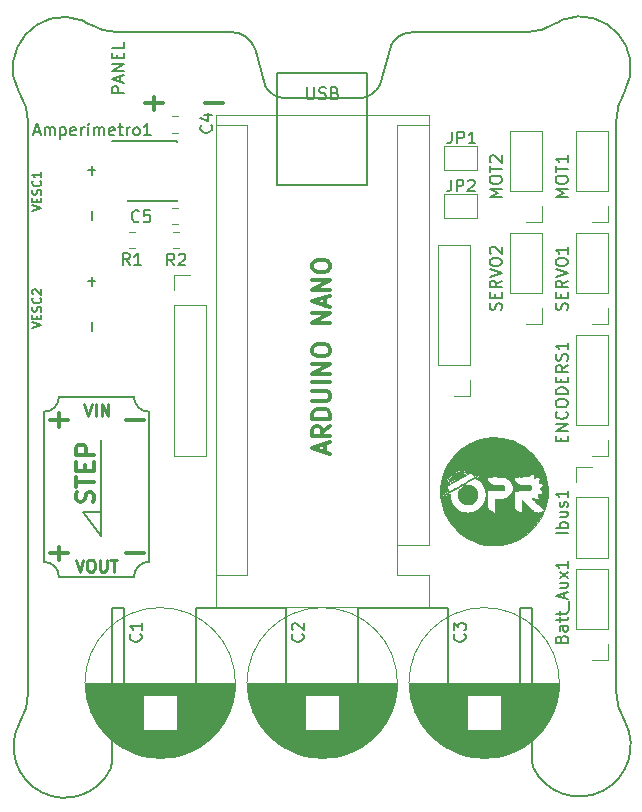
<source format=gto>
G04 #@! TF.GenerationSoftware,KiCad,Pcbnew,(5.0.2)-1*
G04 #@! TF.CreationDate,2019-06-27T12:51:54+02:00*
G04 #@! TF.ProjectId,PCB_RControl,5043425f-5243-46f6-9e74-726f6c2e6b69,rev?*
G04 #@! TF.SameCoordinates,PX6e75580PY80fd3d8*
G04 #@! TF.FileFunction,Legend,Top*
G04 #@! TF.FilePolarity,Positive*
%FSLAX46Y46*%
G04 Gerber Fmt 4.6, Leading zero omitted, Abs format (unit mm)*
G04 Created by KiCad (PCBNEW (5.0.2)-1) date 27/06/2019 12:51:54*
%MOMM*%
%LPD*%
G01*
G04 APERTURE LIST*
%ADD10C,0.187500*%
%ADD11C,0.150000*%
%ADD12C,0.300000*%
%ADD13C,0.250000*%
%ADD14C,0.200000*%
%ADD15C,0.120000*%
%ADD16C,0.010000*%
%ADD17R,1.702000X1.702000*%
%ADD18O,1.702000X1.702000*%
%ADD19C,2.502000*%
%ADD20R,2.502000X2.502000*%
%ADD21C,6.502000*%
%ADD22C,0.902000*%
%ADD23O,3.102000X3.102000*%
%ADD24C,0.100000*%
%ADD25C,3.102000*%
%ADD26C,4.102000*%
%ADD27R,1.652000X0.702000*%
%ADD28O,1.802000X1.802000*%
%ADD29R,1.802000X1.802000*%
%ADD30C,1.252000*%
%ADD31C,0.300000*%
%ADD32C,1.626000*%
G04 APERTURE END LIST*
D10*
X6911571Y39878048D02*
X6911571Y40639953D01*
X6911571Y43688048D02*
X6911571Y44449953D01*
X7197285Y44069000D02*
X6625857Y44069000D01*
X6911571Y49276048D02*
X6911571Y50037953D01*
X6911571Y53086048D02*
X6911571Y53847953D01*
X7197285Y53467000D02*
X6625857Y53467000D01*
D11*
X43180000Y6223000D02*
G75*
G02X41656000Y4699000I-1524000J0D01*
G01*
X38608000Y4699000D02*
G75*
G02X37084000Y6223000I0J1524000D01*
G01*
X29464000Y6223000D02*
G75*
G02X27940000Y4699000I-1524000J0D01*
G01*
X24892000Y4699000D02*
G75*
G02X23368000Y6223000I0J1524000D01*
G01*
X15748000Y6223000D02*
G75*
G02X14224000Y4699000I-1524000J0D01*
G01*
X11176000Y4699000D02*
G75*
G02X9652000Y6223000I0J1524000D01*
G01*
X9144000Y65157898D02*
X18796000Y65157898D01*
X29565600Y59563000D02*
G75*
G03X31292767Y60682051I-101634J2049263D01*
G01*
X23266367Y59561549D02*
G75*
G02X21539200Y60680600I101634J2049263D01*
G01*
X18796000Y65151000D02*
G75*
G02X20701000Y63777954I0J-2008046D01*
G01*
X32208485Y64007376D02*
G75*
G02X34036000Y65151000I1827515J-888376D01*
G01*
X20701000Y63779400D02*
X21539200Y60680600D01*
X31292800Y60680600D02*
X32207200Y64008000D01*
X23266400Y59563000D02*
X29565600Y59563000D01*
D12*
X3365595Y21038358D02*
X4889404Y21038358D01*
X4127500Y20466929D02*
X4127500Y21609786D01*
X9779095Y21038358D02*
X11302904Y21038358D01*
X9779095Y32341358D02*
X11302904Y32341358D01*
X3365595Y32341358D02*
X4889404Y32341358D01*
X4127500Y31769929D02*
X4127500Y32912786D01*
D13*
X5540595Y20486620D02*
X5873928Y19486620D01*
X6207261Y20486620D01*
X6731071Y20486620D02*
X6921547Y20486620D01*
X7016785Y20439000D01*
X7112023Y20343762D01*
X7159642Y20153286D01*
X7159642Y19819953D01*
X7112023Y19629477D01*
X7016785Y19534239D01*
X6921547Y19486620D01*
X6731071Y19486620D01*
X6635833Y19534239D01*
X6540595Y19629477D01*
X6492976Y19819953D01*
X6492976Y20153286D01*
X6540595Y20343762D01*
X6635833Y20439000D01*
X6731071Y20486620D01*
X7588214Y20486620D02*
X7588214Y19677096D01*
X7635833Y19581858D01*
X7683452Y19534239D01*
X7778690Y19486620D01*
X7969166Y19486620D01*
X8064404Y19534239D01*
X8112023Y19581858D01*
X8159642Y19677096D01*
X8159642Y20486620D01*
X8492976Y20486620D02*
X9064404Y20486620D01*
X8778690Y19486620D02*
X8778690Y20486620D01*
X6270761Y33694620D02*
X6604095Y32694620D01*
X6937428Y33694620D01*
X7270761Y32694620D02*
X7270761Y33694620D01*
X7746952Y32694620D02*
X7746952Y33694620D01*
X8318380Y32694620D01*
X8318380Y33694620D01*
D12*
X7020642Y25384429D02*
X7092071Y25598715D01*
X7092071Y25955858D01*
X7020642Y26098715D01*
X6949214Y26170143D01*
X6806357Y26241572D01*
X6663500Y26241572D01*
X6520642Y26170143D01*
X6449214Y26098715D01*
X6377785Y25955858D01*
X6306357Y25670143D01*
X6234928Y25527286D01*
X6163500Y25455858D01*
X6020642Y25384429D01*
X5877785Y25384429D01*
X5734928Y25455858D01*
X5663500Y25527286D01*
X5592071Y25670143D01*
X5592071Y26027286D01*
X5663500Y26241572D01*
X5592071Y26670143D02*
X5592071Y27527286D01*
X7092071Y27098715D02*
X5592071Y27098715D01*
X6306357Y28027286D02*
X6306357Y28527286D01*
X7092071Y28741572D02*
X7092071Y28027286D01*
X5592071Y28027286D01*
X5592071Y28741572D01*
X7092071Y29384429D02*
X5592071Y29384429D01*
X5592071Y29955858D01*
X5663500Y30098715D01*
X5734928Y30170143D01*
X5877785Y30241572D01*
X6092071Y30241572D01*
X6234928Y30170143D01*
X6306357Y30098715D01*
X6377785Y29955858D01*
X6377785Y29384429D01*
X16510095Y59138358D02*
X18033904Y59138358D01*
X11430095Y59138358D02*
X12953904Y59138358D01*
X12192000Y58566929D02*
X12192000Y59709786D01*
X26666000Y29576143D02*
X26666000Y30290429D01*
X27094571Y29433286D02*
X25594571Y29933286D01*
X27094571Y30433286D01*
X27094571Y31790429D02*
X26380285Y31290429D01*
X27094571Y30933286D02*
X25594571Y30933286D01*
X25594571Y31504715D01*
X25666000Y31647572D01*
X25737428Y31719000D01*
X25880285Y31790429D01*
X26094571Y31790429D01*
X26237428Y31719000D01*
X26308857Y31647572D01*
X26380285Y31504715D01*
X26380285Y30933286D01*
X27094571Y32433286D02*
X25594571Y32433286D01*
X25594571Y32790429D01*
X25666000Y33004715D01*
X25808857Y33147572D01*
X25951714Y33219000D01*
X26237428Y33290429D01*
X26451714Y33290429D01*
X26737428Y33219000D01*
X26880285Y33147572D01*
X27023142Y33004715D01*
X27094571Y32790429D01*
X27094571Y32433286D01*
X25594571Y33933286D02*
X26808857Y33933286D01*
X26951714Y34004715D01*
X27023142Y34076143D01*
X27094571Y34219000D01*
X27094571Y34504715D01*
X27023142Y34647572D01*
X26951714Y34719000D01*
X26808857Y34790429D01*
X25594571Y34790429D01*
X27094571Y35504715D02*
X25594571Y35504715D01*
X27094571Y36219000D02*
X25594571Y36219000D01*
X27094571Y37076143D01*
X25594571Y37076143D01*
X25594571Y38076143D02*
X25594571Y38361858D01*
X25666000Y38504715D01*
X25808857Y38647572D01*
X26094571Y38719000D01*
X26594571Y38719000D01*
X26880285Y38647572D01*
X27023142Y38504715D01*
X27094571Y38361858D01*
X27094571Y38076143D01*
X27023142Y37933286D01*
X26880285Y37790429D01*
X26594571Y37719000D01*
X26094571Y37719000D01*
X25808857Y37790429D01*
X25666000Y37933286D01*
X25594571Y38076143D01*
X27094571Y40504715D02*
X25594571Y40504715D01*
X27094571Y41361858D01*
X25594571Y41361858D01*
X26666000Y42004715D02*
X26666000Y42719000D01*
X27094571Y41861858D02*
X25594571Y42361858D01*
X27094571Y42861858D01*
X27094571Y43361858D02*
X25594571Y43361858D01*
X27094571Y44219000D01*
X25594571Y44219000D01*
X25594571Y45219000D02*
X25594571Y45504715D01*
X25666000Y45647572D01*
X25808857Y45790429D01*
X26094571Y45861858D01*
X26594571Y45861858D01*
X26880285Y45790429D01*
X27023142Y45647572D01*
X27094571Y45504715D01*
X27094571Y45219000D01*
X27023142Y45076143D01*
X26880285Y44933286D01*
X26594571Y44861858D01*
X26094571Y44861858D01*
X25808857Y44933286D01*
X25666000Y45076143D01*
X25594571Y45219000D01*
D11*
X46291500Y65976500D02*
X46710600Y66217800D01*
X6096000Y66167000D02*
X6604000Y65887600D01*
X44196000Y3429000D02*
X44272200Y2908300D01*
X44271978Y2908193D02*
G75*
G03X52039520Y6822440I3918589J1888029D01*
G01*
X51308000Y9276080D02*
G75*
G03X52035576Y6828212I4791575J92131D01*
G01*
X8636000Y3454400D02*
X8509000Y2819400D01*
X34036000Y65151000D02*
X43688000Y65151000D01*
X46710558Y66217912D02*
G75*
G02X52032465Y60141254I1511907J-4044658D01*
G01*
X51304004Y57601254D02*
G75*
G02X52032466Y60141253I4792461J0D01*
G01*
X43688059Y65149549D02*
G75*
G03X46291500Y65976500I-88393J4789885D01*
G01*
X8502174Y2797261D02*
G75*
G02X795841Y6690366I-3896333J1861105D01*
G01*
X1524130Y9271001D02*
G75*
G02X795840Y6690367I-4792289J-40635D01*
G01*
X742276Y60060480D02*
G75*
G02X6096000Y66167000I3829724J2042520D01*
G01*
X1523595Y57480201D02*
G75*
G03X762000Y60071000I-4787494J0D01*
G01*
X9144000Y65157898D02*
G75*
G02X6604000Y65887600I0J4785563D01*
G01*
X51302920Y57622440D02*
X51308000Y9271000D01*
D14*
X6134100Y24574500D02*
X7658100Y24574500D01*
X7658100Y22542500D02*
X6134100Y24574500D01*
X7658100Y30670500D02*
X7658100Y22542500D01*
D11*
X44196000Y16383000D02*
X44196000Y3429000D01*
X43180000Y16383000D02*
X44196000Y16383000D01*
X43180000Y6223000D02*
X43180000Y16383000D01*
X38608000Y4699000D02*
X41656000Y4699000D01*
X37084000Y16383000D02*
X37084000Y6223000D01*
X29464000Y16383000D02*
X37084000Y16383000D01*
X29464000Y6223000D02*
X29464000Y16383000D01*
X24892000Y4699000D02*
X27940000Y4699000D01*
X23368000Y16383000D02*
X23368000Y6223000D01*
X15748000Y16383000D02*
X23368000Y16383000D01*
X15748000Y6223000D02*
X15748000Y16383000D01*
X11176000Y4699000D02*
X14224000Y4699000D01*
X9652000Y16383000D02*
X9652000Y6223000D01*
X8636000Y16383000D02*
X9652000Y16383000D01*
X8636000Y3454400D02*
X8636000Y16383000D01*
X1524000Y9271000D02*
X1524000Y57480200D01*
D15*
G04 #@! TO.C,A1*
X32766000Y21717000D02*
X32766000Y19177000D01*
X32766000Y19177000D02*
X35436000Y19177000D01*
X35436000Y21717000D02*
X35433000Y58166000D01*
X35436000Y16507000D02*
X35436000Y19177000D01*
X20066000Y19177000D02*
X17396000Y19177000D01*
X20066000Y19177000D02*
X20066000Y57277000D01*
X20066000Y57277000D02*
X17396000Y57277000D01*
X32766000Y21717000D02*
X35436000Y21717000D01*
X32766000Y21717000D02*
X32766000Y57277000D01*
X32766000Y57277000D02*
X35436000Y57277000D01*
X35433000Y58166000D02*
X17393000Y58166000D01*
X17399000Y58166000D02*
X17396000Y16507000D01*
X17396000Y16507000D02*
X35436000Y16507000D01*
D11*
X30226000Y52197000D02*
X30226000Y61722000D01*
X30226000Y61722000D02*
X22606000Y61722000D01*
X22606000Y61722000D02*
X22606000Y52197000D01*
X22606000Y52197000D02*
X30226000Y52197000D01*
D15*
G04 #@! TO.C,C2*
X13017000Y3712000D02*
X12383000Y3712000D01*
X13457000Y3752000D02*
X11943000Y3752000D01*
X13728000Y3792000D02*
X11672000Y3792000D01*
X13941000Y3832000D02*
X11459000Y3832000D01*
X14122000Y3872000D02*
X11278000Y3872000D01*
X14283000Y3912000D02*
X11117000Y3912000D01*
X14428000Y3952000D02*
X10972000Y3952000D01*
X14561000Y3992000D02*
X10839000Y3992000D01*
X14684000Y4032000D02*
X10716000Y4032000D01*
X14800000Y4072000D02*
X10600000Y4072000D01*
X14909000Y4112000D02*
X10491000Y4112000D01*
X15012000Y4152000D02*
X10388000Y4152000D01*
X15110000Y4192000D02*
X10290000Y4192000D01*
X15204000Y4232000D02*
X10196000Y4232000D01*
X15294000Y4272000D02*
X10106000Y4272000D01*
X15381000Y4312000D02*
X10019000Y4312000D01*
X15464000Y4352000D02*
X9936000Y4352000D01*
X15544000Y4392000D02*
X9856000Y4392000D01*
X15621000Y4432000D02*
X9779000Y4432000D01*
X15696000Y4472000D02*
X9704000Y4472000D01*
X15769000Y4512000D02*
X9631000Y4512000D01*
X15840000Y4552000D02*
X9560000Y4552000D01*
X15908000Y4592000D02*
X9492000Y4592000D01*
X15975000Y4632000D02*
X9425000Y4632000D01*
X16039000Y4672000D02*
X9361000Y4672000D01*
X16102000Y4712000D02*
X9298000Y4712000D01*
X16164000Y4752000D02*
X9236000Y4752000D01*
X16224000Y4792000D02*
X9176000Y4792000D01*
X16283000Y4832000D02*
X9117000Y4832000D01*
X16340000Y4872000D02*
X9060000Y4872000D01*
X16396000Y4912000D02*
X9004000Y4912000D01*
X16450000Y4952000D02*
X8950000Y4952000D01*
X16504000Y4992000D02*
X8896000Y4992000D01*
X16556000Y5032000D02*
X8844000Y5032000D01*
X16607000Y5072000D02*
X8793000Y5072000D01*
X16657000Y5112000D02*
X8743000Y5112000D01*
X16707000Y5152000D02*
X8693000Y5152000D01*
X16755000Y5192000D02*
X8645000Y5192000D01*
X16802000Y5232000D02*
X8598000Y5232000D01*
X16848000Y5272000D02*
X8552000Y5272000D01*
X16894000Y5312000D02*
X8506000Y5312000D01*
X16938000Y5352000D02*
X8462000Y5352000D01*
X16982000Y5392000D02*
X8418000Y5392000D01*
X17025000Y5432000D02*
X8375000Y5432000D01*
X17067000Y5472000D02*
X8333000Y5472000D01*
X17108000Y5512000D02*
X8292000Y5512000D01*
X17149000Y5552000D02*
X8251000Y5552000D01*
X17189000Y5592000D02*
X8211000Y5592000D01*
X17228000Y5632000D02*
X8172000Y5632000D01*
X17267000Y5672000D02*
X8133000Y5672000D01*
X17305000Y5712000D02*
X8095000Y5712000D01*
X17342000Y5752000D02*
X8058000Y5752000D01*
X17378000Y5792000D02*
X8022000Y5792000D01*
X17414000Y5832000D02*
X7986000Y5832000D01*
X17450000Y5872000D02*
X7950000Y5872000D01*
X17485000Y5912000D02*
X7915000Y5912000D01*
X17519000Y5952000D02*
X7881000Y5952000D01*
X17552000Y5992000D02*
X7848000Y5992000D01*
X17585000Y6032000D02*
X7815000Y6032000D01*
X17618000Y6072000D02*
X7782000Y6072000D01*
X17650000Y6112000D02*
X7750000Y6112000D01*
X11260000Y6152000D02*
X7718000Y6152000D01*
X17682000Y6152000D02*
X14140000Y6152000D01*
X11260000Y6192000D02*
X7688000Y6192000D01*
X17712000Y6192000D02*
X14140000Y6192000D01*
X11260000Y6232000D02*
X7657000Y6232000D01*
X17743000Y6232000D02*
X14140000Y6232000D01*
X11260000Y6272000D02*
X7627000Y6272000D01*
X17773000Y6272000D02*
X14140000Y6272000D01*
X11260000Y6312000D02*
X7598000Y6312000D01*
X17802000Y6312000D02*
X14140000Y6312000D01*
X11260000Y6352000D02*
X7569000Y6352000D01*
X17831000Y6352000D02*
X14140000Y6352000D01*
X11260000Y6392000D02*
X7540000Y6392000D01*
X17860000Y6392000D02*
X14140000Y6392000D01*
X11260000Y6432000D02*
X7512000Y6432000D01*
X17888000Y6432000D02*
X14140000Y6432000D01*
X11260000Y6472000D02*
X7484000Y6472000D01*
X17916000Y6472000D02*
X14140000Y6472000D01*
X11260000Y6512000D02*
X7457000Y6512000D01*
X17943000Y6512000D02*
X14140000Y6512000D01*
X11260000Y6552000D02*
X7430000Y6552000D01*
X17970000Y6552000D02*
X14140000Y6552000D01*
X11260000Y6592000D02*
X7404000Y6592000D01*
X17996000Y6592000D02*
X14140000Y6592000D01*
X11260000Y6632000D02*
X7378000Y6632000D01*
X18022000Y6632000D02*
X14140000Y6632000D01*
X11260000Y6672000D02*
X7353000Y6672000D01*
X18047000Y6672000D02*
X14140000Y6672000D01*
X11260000Y6712000D02*
X7328000Y6712000D01*
X18072000Y6712000D02*
X14140000Y6712000D01*
X11260000Y6752000D02*
X7303000Y6752000D01*
X18097000Y6752000D02*
X14140000Y6752000D01*
X11260000Y6792000D02*
X7279000Y6792000D01*
X18121000Y6792000D02*
X14140000Y6792000D01*
X11260000Y6832000D02*
X7255000Y6832000D01*
X18145000Y6832000D02*
X14140000Y6832000D01*
X11260000Y6872000D02*
X7232000Y6872000D01*
X18168000Y6872000D02*
X14140000Y6872000D01*
X11260000Y6912000D02*
X7209000Y6912000D01*
X18191000Y6912000D02*
X14140000Y6912000D01*
X11260000Y6952000D02*
X7186000Y6952000D01*
X18214000Y6952000D02*
X14140000Y6952000D01*
X11260000Y6992000D02*
X7164000Y6992000D01*
X18236000Y6992000D02*
X14140000Y6992000D01*
X11260000Y7032000D02*
X7142000Y7032000D01*
X18258000Y7032000D02*
X14140000Y7032000D01*
X11260000Y7072000D02*
X7120000Y7072000D01*
X18280000Y7072000D02*
X14140000Y7072000D01*
X11260000Y7112000D02*
X7099000Y7112000D01*
X18301000Y7112000D02*
X14140000Y7112000D01*
X11260000Y7152000D02*
X7078000Y7152000D01*
X18322000Y7152000D02*
X14140000Y7152000D01*
X11260000Y7192000D02*
X7058000Y7192000D01*
X18342000Y7192000D02*
X14140000Y7192000D01*
X11260000Y7232000D02*
X7038000Y7232000D01*
X18362000Y7232000D02*
X14140000Y7232000D01*
X11260000Y7272000D02*
X7018000Y7272000D01*
X18382000Y7272000D02*
X14140000Y7272000D01*
X11260000Y7312000D02*
X6998000Y7312000D01*
X18402000Y7312000D02*
X14140000Y7312000D01*
X11260000Y7352000D02*
X6979000Y7352000D01*
X18421000Y7352000D02*
X14140000Y7352000D01*
X11260000Y7392000D02*
X6961000Y7392000D01*
X18439000Y7392000D02*
X14140000Y7392000D01*
X11260000Y7432000D02*
X6942000Y7432000D01*
X18458000Y7432000D02*
X14140000Y7432000D01*
X11260000Y7472000D02*
X6924000Y7472000D01*
X18476000Y7472000D02*
X14140000Y7472000D01*
X11260000Y7512000D02*
X6907000Y7512000D01*
X18493000Y7512000D02*
X14140000Y7512000D01*
X11260000Y7552000D02*
X6889000Y7552000D01*
X18511000Y7552000D02*
X14140000Y7552000D01*
X11260000Y7592000D02*
X6872000Y7592000D01*
X18528000Y7592000D02*
X14140000Y7592000D01*
X11260000Y7632000D02*
X6855000Y7632000D01*
X18545000Y7632000D02*
X14140000Y7632000D01*
X11260000Y7672000D02*
X6839000Y7672000D01*
X18561000Y7672000D02*
X14140000Y7672000D01*
X11260000Y7712000D02*
X6823000Y7712000D01*
X18577000Y7712000D02*
X14140000Y7712000D01*
X11260000Y7752000D02*
X6807000Y7752000D01*
X18593000Y7752000D02*
X14140000Y7752000D01*
X11260000Y7792000D02*
X6792000Y7792000D01*
X18608000Y7792000D02*
X14140000Y7792000D01*
X11260000Y7832000D02*
X6776000Y7832000D01*
X18624000Y7832000D02*
X14140000Y7832000D01*
X11260000Y7872000D02*
X6761000Y7872000D01*
X18639000Y7872000D02*
X14140000Y7872000D01*
X11260000Y7912000D02*
X6747000Y7912000D01*
X18653000Y7912000D02*
X14140000Y7912000D01*
X11260000Y7952000D02*
X6733000Y7952000D01*
X18667000Y7952000D02*
X14140000Y7952000D01*
X11260000Y7992000D02*
X6719000Y7992000D01*
X18681000Y7992000D02*
X14140000Y7992000D01*
X11260000Y8032000D02*
X6705000Y8032000D01*
X18695000Y8032000D02*
X14140000Y8032000D01*
X11260000Y8072000D02*
X6692000Y8072000D01*
X18708000Y8072000D02*
X14140000Y8072000D01*
X11260000Y8112000D02*
X6679000Y8112000D01*
X18721000Y8112000D02*
X14140000Y8112000D01*
X11260000Y8152000D02*
X6666000Y8152000D01*
X18734000Y8152000D02*
X14140000Y8152000D01*
X11260000Y8192000D02*
X6653000Y8192000D01*
X18747000Y8192000D02*
X14140000Y8192000D01*
X11260000Y8232000D02*
X6641000Y8232000D01*
X18759000Y8232000D02*
X14140000Y8232000D01*
X11260000Y8272000D02*
X6629000Y8272000D01*
X18771000Y8272000D02*
X14140000Y8272000D01*
X11260000Y8312000D02*
X6617000Y8312000D01*
X18783000Y8312000D02*
X14140000Y8312000D01*
X11260000Y8352000D02*
X6606000Y8352000D01*
X18794000Y8352000D02*
X14140000Y8352000D01*
X11260000Y8392000D02*
X6595000Y8392000D01*
X18805000Y8392000D02*
X14140000Y8392000D01*
X11260000Y8432000D02*
X6584000Y8432000D01*
X18816000Y8432000D02*
X14140000Y8432000D01*
X11260000Y8472000D02*
X6574000Y8472000D01*
X18826000Y8472000D02*
X14140000Y8472000D01*
X11260000Y8512000D02*
X6563000Y8512000D01*
X18837000Y8512000D02*
X14140000Y8512000D01*
X11260000Y8552000D02*
X6554000Y8552000D01*
X18846000Y8552000D02*
X14140000Y8552000D01*
X11260000Y8592000D02*
X6544000Y8592000D01*
X18856000Y8592000D02*
X14140000Y8592000D01*
X11260000Y8632000D02*
X6534000Y8632000D01*
X18866000Y8632000D02*
X14140000Y8632000D01*
X11260000Y8672000D02*
X6525000Y8672000D01*
X18875000Y8672000D02*
X14140000Y8672000D01*
X11260000Y8712000D02*
X6516000Y8712000D01*
X18884000Y8712000D02*
X14140000Y8712000D01*
X11260000Y8752000D02*
X6508000Y8752000D01*
X18892000Y8752000D02*
X14140000Y8752000D01*
X11260000Y8792000D02*
X6499000Y8792000D01*
X18901000Y8792000D02*
X14140000Y8792000D01*
X11260000Y8832000D02*
X6491000Y8832000D01*
X18909000Y8832000D02*
X14140000Y8832000D01*
X11260000Y8872000D02*
X6484000Y8872000D01*
X18916000Y8872000D02*
X14140000Y8872000D01*
X11260000Y8912000D02*
X6476000Y8912000D01*
X18924000Y8912000D02*
X14140000Y8912000D01*
X11260000Y8952000D02*
X6469000Y8952000D01*
X18931000Y8952000D02*
X14140000Y8952000D01*
X11260000Y8992000D02*
X6462000Y8992000D01*
X18938000Y8992000D02*
X14140000Y8992000D01*
X18945000Y9032000D02*
X6455000Y9032000D01*
X18952000Y9072000D02*
X6448000Y9072000D01*
X18958000Y9112000D02*
X6442000Y9112000D01*
X18964000Y9152000D02*
X6436000Y9152000D01*
X18969000Y9192000D02*
X6431000Y9192000D01*
X18975000Y9232000D02*
X6425000Y9232000D01*
X18980000Y9272000D02*
X6420000Y9272000D01*
X18985000Y9312000D02*
X6415000Y9312000D01*
X18990000Y9352000D02*
X6410000Y9352000D01*
X18994000Y9393000D02*
X6406000Y9393000D01*
X18998000Y9433000D02*
X6402000Y9433000D01*
X19002000Y9473000D02*
X6398000Y9473000D01*
X19006000Y9513000D02*
X6394000Y9513000D01*
X19009000Y9553000D02*
X6391000Y9553000D01*
X19012000Y9593000D02*
X6388000Y9593000D01*
X19015000Y9633000D02*
X6385000Y9633000D01*
X19018000Y9673000D02*
X6382000Y9673000D01*
X19020000Y9713000D02*
X6380000Y9713000D01*
X19022000Y9753000D02*
X6378000Y9753000D01*
X19024000Y9793000D02*
X6376000Y9793000D01*
X19026000Y9833000D02*
X6374000Y9833000D01*
X19027000Y9873000D02*
X6373000Y9873000D01*
X19028000Y9913000D02*
X6372000Y9913000D01*
X19029000Y9953000D02*
X6371000Y9953000D01*
X19030000Y9993000D02*
X6370000Y9993000D01*
X19030000Y10033000D02*
X6370000Y10033000D01*
X19030000Y10073000D02*
X6370000Y10073000D01*
X19070000Y10073000D02*
G75*
G03X19070000Y10073000I-6370000J0D01*
G01*
G04 #@! TO.C,C3*
X32786000Y10073000D02*
G75*
G03X32786000Y10073000I-6370000J0D01*
G01*
X32746000Y10073000D02*
X20086000Y10073000D01*
X32746000Y10033000D02*
X20086000Y10033000D01*
X32746000Y9993000D02*
X20086000Y9993000D01*
X32745000Y9953000D02*
X20087000Y9953000D01*
X32744000Y9913000D02*
X20088000Y9913000D01*
X32743000Y9873000D02*
X20089000Y9873000D01*
X32742000Y9833000D02*
X20090000Y9833000D01*
X32740000Y9793000D02*
X20092000Y9793000D01*
X32738000Y9753000D02*
X20094000Y9753000D01*
X32736000Y9713000D02*
X20096000Y9713000D01*
X32734000Y9673000D02*
X20098000Y9673000D01*
X32731000Y9633000D02*
X20101000Y9633000D01*
X32728000Y9593000D02*
X20104000Y9593000D01*
X32725000Y9553000D02*
X20107000Y9553000D01*
X32722000Y9513000D02*
X20110000Y9513000D01*
X32718000Y9473000D02*
X20114000Y9473000D01*
X32714000Y9433000D02*
X20118000Y9433000D01*
X32710000Y9393000D02*
X20122000Y9393000D01*
X32706000Y9352000D02*
X20126000Y9352000D01*
X32701000Y9312000D02*
X20131000Y9312000D01*
X32696000Y9272000D02*
X20136000Y9272000D01*
X32691000Y9232000D02*
X20141000Y9232000D01*
X32685000Y9192000D02*
X20147000Y9192000D01*
X32680000Y9152000D02*
X20152000Y9152000D01*
X32674000Y9112000D02*
X20158000Y9112000D01*
X32668000Y9072000D02*
X20164000Y9072000D01*
X32661000Y9032000D02*
X20171000Y9032000D01*
X32654000Y8992000D02*
X27856000Y8992000D01*
X24976000Y8992000D02*
X20178000Y8992000D01*
X32647000Y8952000D02*
X27856000Y8952000D01*
X24976000Y8952000D02*
X20185000Y8952000D01*
X32640000Y8912000D02*
X27856000Y8912000D01*
X24976000Y8912000D02*
X20192000Y8912000D01*
X32632000Y8872000D02*
X27856000Y8872000D01*
X24976000Y8872000D02*
X20200000Y8872000D01*
X32625000Y8832000D02*
X27856000Y8832000D01*
X24976000Y8832000D02*
X20207000Y8832000D01*
X32617000Y8792000D02*
X27856000Y8792000D01*
X24976000Y8792000D02*
X20215000Y8792000D01*
X32608000Y8752000D02*
X27856000Y8752000D01*
X24976000Y8752000D02*
X20224000Y8752000D01*
X32600000Y8712000D02*
X27856000Y8712000D01*
X24976000Y8712000D02*
X20232000Y8712000D01*
X32591000Y8672000D02*
X27856000Y8672000D01*
X24976000Y8672000D02*
X20241000Y8672000D01*
X32582000Y8632000D02*
X27856000Y8632000D01*
X24976000Y8632000D02*
X20250000Y8632000D01*
X32572000Y8592000D02*
X27856000Y8592000D01*
X24976000Y8592000D02*
X20260000Y8592000D01*
X32562000Y8552000D02*
X27856000Y8552000D01*
X24976000Y8552000D02*
X20270000Y8552000D01*
X32553000Y8512000D02*
X27856000Y8512000D01*
X24976000Y8512000D02*
X20279000Y8512000D01*
X32542000Y8472000D02*
X27856000Y8472000D01*
X24976000Y8472000D02*
X20290000Y8472000D01*
X32532000Y8432000D02*
X27856000Y8432000D01*
X24976000Y8432000D02*
X20300000Y8432000D01*
X32521000Y8392000D02*
X27856000Y8392000D01*
X24976000Y8392000D02*
X20311000Y8392000D01*
X32510000Y8352000D02*
X27856000Y8352000D01*
X24976000Y8352000D02*
X20322000Y8352000D01*
X32499000Y8312000D02*
X27856000Y8312000D01*
X24976000Y8312000D02*
X20333000Y8312000D01*
X32487000Y8272000D02*
X27856000Y8272000D01*
X24976000Y8272000D02*
X20345000Y8272000D01*
X32475000Y8232000D02*
X27856000Y8232000D01*
X24976000Y8232000D02*
X20357000Y8232000D01*
X32463000Y8192000D02*
X27856000Y8192000D01*
X24976000Y8192000D02*
X20369000Y8192000D01*
X32450000Y8152000D02*
X27856000Y8152000D01*
X24976000Y8152000D02*
X20382000Y8152000D01*
X32437000Y8112000D02*
X27856000Y8112000D01*
X24976000Y8112000D02*
X20395000Y8112000D01*
X32424000Y8072000D02*
X27856000Y8072000D01*
X24976000Y8072000D02*
X20408000Y8072000D01*
X32411000Y8032000D02*
X27856000Y8032000D01*
X24976000Y8032000D02*
X20421000Y8032000D01*
X32397000Y7992000D02*
X27856000Y7992000D01*
X24976000Y7992000D02*
X20435000Y7992000D01*
X32383000Y7952000D02*
X27856000Y7952000D01*
X24976000Y7952000D02*
X20449000Y7952000D01*
X32369000Y7912000D02*
X27856000Y7912000D01*
X24976000Y7912000D02*
X20463000Y7912000D01*
X32355000Y7872000D02*
X27856000Y7872000D01*
X24976000Y7872000D02*
X20477000Y7872000D01*
X32340000Y7832000D02*
X27856000Y7832000D01*
X24976000Y7832000D02*
X20492000Y7832000D01*
X32324000Y7792000D02*
X27856000Y7792000D01*
X24976000Y7792000D02*
X20508000Y7792000D01*
X32309000Y7752000D02*
X27856000Y7752000D01*
X24976000Y7752000D02*
X20523000Y7752000D01*
X32293000Y7712000D02*
X27856000Y7712000D01*
X24976000Y7712000D02*
X20539000Y7712000D01*
X32277000Y7672000D02*
X27856000Y7672000D01*
X24976000Y7672000D02*
X20555000Y7672000D01*
X32261000Y7632000D02*
X27856000Y7632000D01*
X24976000Y7632000D02*
X20571000Y7632000D01*
X32244000Y7592000D02*
X27856000Y7592000D01*
X24976000Y7592000D02*
X20588000Y7592000D01*
X32227000Y7552000D02*
X27856000Y7552000D01*
X24976000Y7552000D02*
X20605000Y7552000D01*
X32209000Y7512000D02*
X27856000Y7512000D01*
X24976000Y7512000D02*
X20623000Y7512000D01*
X32192000Y7472000D02*
X27856000Y7472000D01*
X24976000Y7472000D02*
X20640000Y7472000D01*
X32174000Y7432000D02*
X27856000Y7432000D01*
X24976000Y7432000D02*
X20658000Y7432000D01*
X32155000Y7392000D02*
X27856000Y7392000D01*
X24976000Y7392000D02*
X20677000Y7392000D01*
X32137000Y7352000D02*
X27856000Y7352000D01*
X24976000Y7352000D02*
X20695000Y7352000D01*
X32118000Y7312000D02*
X27856000Y7312000D01*
X24976000Y7312000D02*
X20714000Y7312000D01*
X32098000Y7272000D02*
X27856000Y7272000D01*
X24976000Y7272000D02*
X20734000Y7272000D01*
X32078000Y7232000D02*
X27856000Y7232000D01*
X24976000Y7232000D02*
X20754000Y7232000D01*
X32058000Y7192000D02*
X27856000Y7192000D01*
X24976000Y7192000D02*
X20774000Y7192000D01*
X32038000Y7152000D02*
X27856000Y7152000D01*
X24976000Y7152000D02*
X20794000Y7152000D01*
X32017000Y7112000D02*
X27856000Y7112000D01*
X24976000Y7112000D02*
X20815000Y7112000D01*
X31996000Y7072000D02*
X27856000Y7072000D01*
X24976000Y7072000D02*
X20836000Y7072000D01*
X31974000Y7032000D02*
X27856000Y7032000D01*
X24976000Y7032000D02*
X20858000Y7032000D01*
X31952000Y6992000D02*
X27856000Y6992000D01*
X24976000Y6992000D02*
X20880000Y6992000D01*
X31930000Y6952000D02*
X27856000Y6952000D01*
X24976000Y6952000D02*
X20902000Y6952000D01*
X31907000Y6912000D02*
X27856000Y6912000D01*
X24976000Y6912000D02*
X20925000Y6912000D01*
X31884000Y6872000D02*
X27856000Y6872000D01*
X24976000Y6872000D02*
X20948000Y6872000D01*
X31861000Y6832000D02*
X27856000Y6832000D01*
X24976000Y6832000D02*
X20971000Y6832000D01*
X31837000Y6792000D02*
X27856000Y6792000D01*
X24976000Y6792000D02*
X20995000Y6792000D01*
X31813000Y6752000D02*
X27856000Y6752000D01*
X24976000Y6752000D02*
X21019000Y6752000D01*
X31788000Y6712000D02*
X27856000Y6712000D01*
X24976000Y6712000D02*
X21044000Y6712000D01*
X31763000Y6672000D02*
X27856000Y6672000D01*
X24976000Y6672000D02*
X21069000Y6672000D01*
X31738000Y6632000D02*
X27856000Y6632000D01*
X24976000Y6632000D02*
X21094000Y6632000D01*
X31712000Y6592000D02*
X27856000Y6592000D01*
X24976000Y6592000D02*
X21120000Y6592000D01*
X31686000Y6552000D02*
X27856000Y6552000D01*
X24976000Y6552000D02*
X21146000Y6552000D01*
X31659000Y6512000D02*
X27856000Y6512000D01*
X24976000Y6512000D02*
X21173000Y6512000D01*
X31632000Y6472000D02*
X27856000Y6472000D01*
X24976000Y6472000D02*
X21200000Y6472000D01*
X31604000Y6432000D02*
X27856000Y6432000D01*
X24976000Y6432000D02*
X21228000Y6432000D01*
X31576000Y6392000D02*
X27856000Y6392000D01*
X24976000Y6392000D02*
X21256000Y6392000D01*
X31547000Y6352000D02*
X27856000Y6352000D01*
X24976000Y6352000D02*
X21285000Y6352000D01*
X31518000Y6312000D02*
X27856000Y6312000D01*
X24976000Y6312000D02*
X21314000Y6312000D01*
X31489000Y6272000D02*
X27856000Y6272000D01*
X24976000Y6272000D02*
X21343000Y6272000D01*
X31459000Y6232000D02*
X27856000Y6232000D01*
X24976000Y6232000D02*
X21373000Y6232000D01*
X31428000Y6192000D02*
X27856000Y6192000D01*
X24976000Y6192000D02*
X21404000Y6192000D01*
X31398000Y6152000D02*
X27856000Y6152000D01*
X24976000Y6152000D02*
X21434000Y6152000D01*
X31366000Y6112000D02*
X21466000Y6112000D01*
X31334000Y6072000D02*
X21498000Y6072000D01*
X31301000Y6032000D02*
X21531000Y6032000D01*
X31268000Y5992000D02*
X21564000Y5992000D01*
X31235000Y5952000D02*
X21597000Y5952000D01*
X31201000Y5912000D02*
X21631000Y5912000D01*
X31166000Y5872000D02*
X21666000Y5872000D01*
X31130000Y5832000D02*
X21702000Y5832000D01*
X31094000Y5792000D02*
X21738000Y5792000D01*
X31058000Y5752000D02*
X21774000Y5752000D01*
X31021000Y5712000D02*
X21811000Y5712000D01*
X30983000Y5672000D02*
X21849000Y5672000D01*
X30944000Y5632000D02*
X21888000Y5632000D01*
X30905000Y5592000D02*
X21927000Y5592000D01*
X30865000Y5552000D02*
X21967000Y5552000D01*
X30824000Y5512000D02*
X22008000Y5512000D01*
X30783000Y5472000D02*
X22049000Y5472000D01*
X30741000Y5432000D02*
X22091000Y5432000D01*
X30698000Y5392000D02*
X22134000Y5392000D01*
X30654000Y5352000D02*
X22178000Y5352000D01*
X30610000Y5312000D02*
X22222000Y5312000D01*
X30564000Y5272000D02*
X22268000Y5272000D01*
X30518000Y5232000D02*
X22314000Y5232000D01*
X30471000Y5192000D02*
X22361000Y5192000D01*
X30423000Y5152000D02*
X22409000Y5152000D01*
X30373000Y5112000D02*
X22459000Y5112000D01*
X30323000Y5072000D02*
X22509000Y5072000D01*
X30272000Y5032000D02*
X22560000Y5032000D01*
X30220000Y4992000D02*
X22612000Y4992000D01*
X30166000Y4952000D02*
X22666000Y4952000D01*
X30112000Y4912000D02*
X22720000Y4912000D01*
X30056000Y4872000D02*
X22776000Y4872000D01*
X29999000Y4832000D02*
X22833000Y4832000D01*
X29940000Y4792000D02*
X22892000Y4792000D01*
X29880000Y4752000D02*
X22952000Y4752000D01*
X29818000Y4712000D02*
X23014000Y4712000D01*
X29755000Y4672000D02*
X23077000Y4672000D01*
X29691000Y4632000D02*
X23141000Y4632000D01*
X29624000Y4592000D02*
X23208000Y4592000D01*
X29556000Y4552000D02*
X23276000Y4552000D01*
X29485000Y4512000D02*
X23347000Y4512000D01*
X29412000Y4472000D02*
X23420000Y4472000D01*
X29337000Y4432000D02*
X23495000Y4432000D01*
X29260000Y4392000D02*
X23572000Y4392000D01*
X29180000Y4352000D02*
X23652000Y4352000D01*
X29097000Y4312000D02*
X23735000Y4312000D01*
X29010000Y4272000D02*
X23822000Y4272000D01*
X28920000Y4232000D02*
X23912000Y4232000D01*
X28826000Y4192000D02*
X24006000Y4192000D01*
X28728000Y4152000D02*
X24104000Y4152000D01*
X28625000Y4112000D02*
X24207000Y4112000D01*
X28516000Y4072000D02*
X24316000Y4072000D01*
X28400000Y4032000D02*
X24432000Y4032000D01*
X28277000Y3992000D02*
X24555000Y3992000D01*
X28144000Y3952000D02*
X24688000Y3952000D01*
X27999000Y3912000D02*
X24833000Y3912000D01*
X27838000Y3872000D02*
X24994000Y3872000D01*
X27657000Y3832000D02*
X25175000Y3832000D01*
X27444000Y3792000D02*
X25388000Y3792000D01*
X27173000Y3752000D02*
X25659000Y3752000D01*
X26733000Y3712000D02*
X26099000Y3712000D01*
G04 #@! TO.C,C1*
X46502000Y10073000D02*
G75*
G03X46502000Y10073000I-6370000J0D01*
G01*
X46462000Y10073000D02*
X33802000Y10073000D01*
X46462000Y10033000D02*
X33802000Y10033000D01*
X46462000Y9993000D02*
X33802000Y9993000D01*
X46461000Y9953000D02*
X33803000Y9953000D01*
X46460000Y9913000D02*
X33804000Y9913000D01*
X46459000Y9873000D02*
X33805000Y9873000D01*
X46458000Y9833000D02*
X33806000Y9833000D01*
X46456000Y9793000D02*
X33808000Y9793000D01*
X46454000Y9753000D02*
X33810000Y9753000D01*
X46452000Y9713000D02*
X33812000Y9713000D01*
X46450000Y9673000D02*
X33814000Y9673000D01*
X46447000Y9633000D02*
X33817000Y9633000D01*
X46444000Y9593000D02*
X33820000Y9593000D01*
X46441000Y9553000D02*
X33823000Y9553000D01*
X46438000Y9513000D02*
X33826000Y9513000D01*
X46434000Y9473000D02*
X33830000Y9473000D01*
X46430000Y9433000D02*
X33834000Y9433000D01*
X46426000Y9393000D02*
X33838000Y9393000D01*
X46422000Y9352000D02*
X33842000Y9352000D01*
X46417000Y9312000D02*
X33847000Y9312000D01*
X46412000Y9272000D02*
X33852000Y9272000D01*
X46407000Y9232000D02*
X33857000Y9232000D01*
X46401000Y9192000D02*
X33863000Y9192000D01*
X46396000Y9152000D02*
X33868000Y9152000D01*
X46390000Y9112000D02*
X33874000Y9112000D01*
X46384000Y9072000D02*
X33880000Y9072000D01*
X46377000Y9032000D02*
X33887000Y9032000D01*
X46370000Y8992000D02*
X41572000Y8992000D01*
X38692000Y8992000D02*
X33894000Y8992000D01*
X46363000Y8952000D02*
X41572000Y8952000D01*
X38692000Y8952000D02*
X33901000Y8952000D01*
X46356000Y8912000D02*
X41572000Y8912000D01*
X38692000Y8912000D02*
X33908000Y8912000D01*
X46348000Y8872000D02*
X41572000Y8872000D01*
X38692000Y8872000D02*
X33916000Y8872000D01*
X46341000Y8832000D02*
X41572000Y8832000D01*
X38692000Y8832000D02*
X33923000Y8832000D01*
X46333000Y8792000D02*
X41572000Y8792000D01*
X38692000Y8792000D02*
X33931000Y8792000D01*
X46324000Y8752000D02*
X41572000Y8752000D01*
X38692000Y8752000D02*
X33940000Y8752000D01*
X46316000Y8712000D02*
X41572000Y8712000D01*
X38692000Y8712000D02*
X33948000Y8712000D01*
X46307000Y8672000D02*
X41572000Y8672000D01*
X38692000Y8672000D02*
X33957000Y8672000D01*
X46298000Y8632000D02*
X41572000Y8632000D01*
X38692000Y8632000D02*
X33966000Y8632000D01*
X46288000Y8592000D02*
X41572000Y8592000D01*
X38692000Y8592000D02*
X33976000Y8592000D01*
X46278000Y8552000D02*
X41572000Y8552000D01*
X38692000Y8552000D02*
X33986000Y8552000D01*
X46269000Y8512000D02*
X41572000Y8512000D01*
X38692000Y8512000D02*
X33995000Y8512000D01*
X46258000Y8472000D02*
X41572000Y8472000D01*
X38692000Y8472000D02*
X34006000Y8472000D01*
X46248000Y8432000D02*
X41572000Y8432000D01*
X38692000Y8432000D02*
X34016000Y8432000D01*
X46237000Y8392000D02*
X41572000Y8392000D01*
X38692000Y8392000D02*
X34027000Y8392000D01*
X46226000Y8352000D02*
X41572000Y8352000D01*
X38692000Y8352000D02*
X34038000Y8352000D01*
X46215000Y8312000D02*
X41572000Y8312000D01*
X38692000Y8312000D02*
X34049000Y8312000D01*
X46203000Y8272000D02*
X41572000Y8272000D01*
X38692000Y8272000D02*
X34061000Y8272000D01*
X46191000Y8232000D02*
X41572000Y8232000D01*
X38692000Y8232000D02*
X34073000Y8232000D01*
X46179000Y8192000D02*
X41572000Y8192000D01*
X38692000Y8192000D02*
X34085000Y8192000D01*
X46166000Y8152000D02*
X41572000Y8152000D01*
X38692000Y8152000D02*
X34098000Y8152000D01*
X46153000Y8112000D02*
X41572000Y8112000D01*
X38692000Y8112000D02*
X34111000Y8112000D01*
X46140000Y8072000D02*
X41572000Y8072000D01*
X38692000Y8072000D02*
X34124000Y8072000D01*
X46127000Y8032000D02*
X41572000Y8032000D01*
X38692000Y8032000D02*
X34137000Y8032000D01*
X46113000Y7992000D02*
X41572000Y7992000D01*
X38692000Y7992000D02*
X34151000Y7992000D01*
X46099000Y7952000D02*
X41572000Y7952000D01*
X38692000Y7952000D02*
X34165000Y7952000D01*
X46085000Y7912000D02*
X41572000Y7912000D01*
X38692000Y7912000D02*
X34179000Y7912000D01*
X46071000Y7872000D02*
X41572000Y7872000D01*
X38692000Y7872000D02*
X34193000Y7872000D01*
X46056000Y7832000D02*
X41572000Y7832000D01*
X38692000Y7832000D02*
X34208000Y7832000D01*
X46040000Y7792000D02*
X41572000Y7792000D01*
X38692000Y7792000D02*
X34224000Y7792000D01*
X46025000Y7752000D02*
X41572000Y7752000D01*
X38692000Y7752000D02*
X34239000Y7752000D01*
X46009000Y7712000D02*
X41572000Y7712000D01*
X38692000Y7712000D02*
X34255000Y7712000D01*
X45993000Y7672000D02*
X41572000Y7672000D01*
X38692000Y7672000D02*
X34271000Y7672000D01*
X45977000Y7632000D02*
X41572000Y7632000D01*
X38692000Y7632000D02*
X34287000Y7632000D01*
X45960000Y7592000D02*
X41572000Y7592000D01*
X38692000Y7592000D02*
X34304000Y7592000D01*
X45943000Y7552000D02*
X41572000Y7552000D01*
X38692000Y7552000D02*
X34321000Y7552000D01*
X45925000Y7512000D02*
X41572000Y7512000D01*
X38692000Y7512000D02*
X34339000Y7512000D01*
X45908000Y7472000D02*
X41572000Y7472000D01*
X38692000Y7472000D02*
X34356000Y7472000D01*
X45890000Y7432000D02*
X41572000Y7432000D01*
X38692000Y7432000D02*
X34374000Y7432000D01*
X45871000Y7392000D02*
X41572000Y7392000D01*
X38692000Y7392000D02*
X34393000Y7392000D01*
X45853000Y7352000D02*
X41572000Y7352000D01*
X38692000Y7352000D02*
X34411000Y7352000D01*
X45834000Y7312000D02*
X41572000Y7312000D01*
X38692000Y7312000D02*
X34430000Y7312000D01*
X45814000Y7272000D02*
X41572000Y7272000D01*
X38692000Y7272000D02*
X34450000Y7272000D01*
X45794000Y7232000D02*
X41572000Y7232000D01*
X38692000Y7232000D02*
X34470000Y7232000D01*
X45774000Y7192000D02*
X41572000Y7192000D01*
X38692000Y7192000D02*
X34490000Y7192000D01*
X45754000Y7152000D02*
X41572000Y7152000D01*
X38692000Y7152000D02*
X34510000Y7152000D01*
X45733000Y7112000D02*
X41572000Y7112000D01*
X38692000Y7112000D02*
X34531000Y7112000D01*
X45712000Y7072000D02*
X41572000Y7072000D01*
X38692000Y7072000D02*
X34552000Y7072000D01*
X45690000Y7032000D02*
X41572000Y7032000D01*
X38692000Y7032000D02*
X34574000Y7032000D01*
X45668000Y6992000D02*
X41572000Y6992000D01*
X38692000Y6992000D02*
X34596000Y6992000D01*
X45646000Y6952000D02*
X41572000Y6952000D01*
X38692000Y6952000D02*
X34618000Y6952000D01*
X45623000Y6912000D02*
X41572000Y6912000D01*
X38692000Y6912000D02*
X34641000Y6912000D01*
X45600000Y6872000D02*
X41572000Y6872000D01*
X38692000Y6872000D02*
X34664000Y6872000D01*
X45577000Y6832000D02*
X41572000Y6832000D01*
X38692000Y6832000D02*
X34687000Y6832000D01*
X45553000Y6792000D02*
X41572000Y6792000D01*
X38692000Y6792000D02*
X34711000Y6792000D01*
X45529000Y6752000D02*
X41572000Y6752000D01*
X38692000Y6752000D02*
X34735000Y6752000D01*
X45504000Y6712000D02*
X41572000Y6712000D01*
X38692000Y6712000D02*
X34760000Y6712000D01*
X45479000Y6672000D02*
X41572000Y6672000D01*
X38692000Y6672000D02*
X34785000Y6672000D01*
X45454000Y6632000D02*
X41572000Y6632000D01*
X38692000Y6632000D02*
X34810000Y6632000D01*
X45428000Y6592000D02*
X41572000Y6592000D01*
X38692000Y6592000D02*
X34836000Y6592000D01*
X45402000Y6552000D02*
X41572000Y6552000D01*
X38692000Y6552000D02*
X34862000Y6552000D01*
X45375000Y6512000D02*
X41572000Y6512000D01*
X38692000Y6512000D02*
X34889000Y6512000D01*
X45348000Y6472000D02*
X41572000Y6472000D01*
X38692000Y6472000D02*
X34916000Y6472000D01*
X45320000Y6432000D02*
X41572000Y6432000D01*
X38692000Y6432000D02*
X34944000Y6432000D01*
X45292000Y6392000D02*
X41572000Y6392000D01*
X38692000Y6392000D02*
X34972000Y6392000D01*
X45263000Y6352000D02*
X41572000Y6352000D01*
X38692000Y6352000D02*
X35001000Y6352000D01*
X45234000Y6312000D02*
X41572000Y6312000D01*
X38692000Y6312000D02*
X35030000Y6312000D01*
X45205000Y6272000D02*
X41572000Y6272000D01*
X38692000Y6272000D02*
X35059000Y6272000D01*
X45175000Y6232000D02*
X41572000Y6232000D01*
X38692000Y6232000D02*
X35089000Y6232000D01*
X45144000Y6192000D02*
X41572000Y6192000D01*
X38692000Y6192000D02*
X35120000Y6192000D01*
X45114000Y6152000D02*
X41572000Y6152000D01*
X38692000Y6152000D02*
X35150000Y6152000D01*
X45082000Y6112000D02*
X35182000Y6112000D01*
X45050000Y6072000D02*
X35214000Y6072000D01*
X45017000Y6032000D02*
X35247000Y6032000D01*
X44984000Y5992000D02*
X35280000Y5992000D01*
X44951000Y5952000D02*
X35313000Y5952000D01*
X44917000Y5912000D02*
X35347000Y5912000D01*
X44882000Y5872000D02*
X35382000Y5872000D01*
X44846000Y5832000D02*
X35418000Y5832000D01*
X44810000Y5792000D02*
X35454000Y5792000D01*
X44774000Y5752000D02*
X35490000Y5752000D01*
X44737000Y5712000D02*
X35527000Y5712000D01*
X44699000Y5672000D02*
X35565000Y5672000D01*
X44660000Y5632000D02*
X35604000Y5632000D01*
X44621000Y5592000D02*
X35643000Y5592000D01*
X44581000Y5552000D02*
X35683000Y5552000D01*
X44540000Y5512000D02*
X35724000Y5512000D01*
X44499000Y5472000D02*
X35765000Y5472000D01*
X44457000Y5432000D02*
X35807000Y5432000D01*
X44414000Y5392000D02*
X35850000Y5392000D01*
X44370000Y5352000D02*
X35894000Y5352000D01*
X44326000Y5312000D02*
X35938000Y5312000D01*
X44280000Y5272000D02*
X35984000Y5272000D01*
X44234000Y5232000D02*
X36030000Y5232000D01*
X44187000Y5192000D02*
X36077000Y5192000D01*
X44139000Y5152000D02*
X36125000Y5152000D01*
X44089000Y5112000D02*
X36175000Y5112000D01*
X44039000Y5072000D02*
X36225000Y5072000D01*
X43988000Y5032000D02*
X36276000Y5032000D01*
X43936000Y4992000D02*
X36328000Y4992000D01*
X43882000Y4952000D02*
X36382000Y4952000D01*
X43828000Y4912000D02*
X36436000Y4912000D01*
X43772000Y4872000D02*
X36492000Y4872000D01*
X43715000Y4832000D02*
X36549000Y4832000D01*
X43656000Y4792000D02*
X36608000Y4792000D01*
X43596000Y4752000D02*
X36668000Y4752000D01*
X43534000Y4712000D02*
X36730000Y4712000D01*
X43471000Y4672000D02*
X36793000Y4672000D01*
X43407000Y4632000D02*
X36857000Y4632000D01*
X43340000Y4592000D02*
X36924000Y4592000D01*
X43272000Y4552000D02*
X36992000Y4552000D01*
X43201000Y4512000D02*
X37063000Y4512000D01*
X43128000Y4472000D02*
X37136000Y4472000D01*
X43053000Y4432000D02*
X37211000Y4432000D01*
X42976000Y4392000D02*
X37288000Y4392000D01*
X42896000Y4352000D02*
X37368000Y4352000D01*
X42813000Y4312000D02*
X37451000Y4312000D01*
X42726000Y4272000D02*
X37538000Y4272000D01*
X42636000Y4232000D02*
X37628000Y4232000D01*
X42542000Y4192000D02*
X37722000Y4192000D01*
X42444000Y4152000D02*
X37820000Y4152000D01*
X42341000Y4112000D02*
X37923000Y4112000D01*
X42232000Y4072000D02*
X38032000Y4072000D01*
X42116000Y4032000D02*
X38148000Y4032000D01*
X41993000Y3992000D02*
X38271000Y3992000D01*
X41860000Y3952000D02*
X38404000Y3952000D01*
X41715000Y3912000D02*
X38549000Y3912000D01*
X41554000Y3872000D02*
X38710000Y3872000D01*
X41373000Y3832000D02*
X38891000Y3832000D01*
X41160000Y3792000D02*
X39104000Y3792000D01*
X40889000Y3752000D02*
X39375000Y3752000D01*
X40449000Y3712000D02*
X39815000Y3712000D01*
D11*
G04 #@! TO.C,Amper\00EDmetro1*
X9990000Y55978500D02*
X9990000Y55928500D01*
X14140000Y55978500D02*
X14140000Y55833500D01*
X14140000Y50828500D02*
X14140000Y50973500D01*
X9990000Y50828500D02*
X9990000Y50973500D01*
X9990000Y55978500D02*
X14140000Y55978500D01*
X9990000Y50828500D02*
X14140000Y50828500D01*
X9990000Y55928500D02*
X8590000Y55928500D01*
D15*
G04 #@! TO.C,Batt_Aux1*
X50606000Y12005000D02*
X49276000Y12005000D01*
X50606000Y13335000D02*
X50606000Y12005000D01*
X50606000Y14605000D02*
X47946000Y14605000D01*
X47946000Y14605000D02*
X47946000Y19745000D01*
X50606000Y14605000D02*
X50606000Y19745000D01*
X50606000Y19745000D02*
X47946000Y19745000D01*
G04 #@! TO.C,C4*
X14231252Y58050500D02*
X13708748Y58050500D01*
X14231252Y56630500D02*
X13708748Y56630500D01*
G04 #@! TO.C,C5*
X14231252Y48883500D02*
X13708748Y48883500D01*
X14231252Y50303500D02*
X13708748Y50303500D01*
G04 #@! TO.C,ENCODERS1*
X50606000Y39557000D02*
X47946000Y39557000D01*
X50606000Y31877000D02*
X50606000Y39557000D01*
X47946000Y31877000D02*
X47946000Y39557000D01*
X50606000Y31877000D02*
X47946000Y31877000D01*
X50606000Y30607000D02*
X50606000Y29277000D01*
X50606000Y29277000D02*
X49276000Y29277000D01*
G04 #@! TO.C,Ibus1*
X47946000Y20641000D02*
X50606000Y20641000D01*
X47946000Y25781000D02*
X47946000Y20641000D01*
X50606000Y25781000D02*
X50606000Y20641000D01*
X47946000Y25781000D02*
X50606000Y25781000D01*
X47946000Y27051000D02*
X47946000Y28381000D01*
X47946000Y28381000D02*
X49276000Y28381000D01*
G04 #@! TO.C,J1*
X38922000Y47177000D02*
X36262000Y47177000D01*
X38922000Y36957000D02*
X38922000Y47177000D01*
X36262000Y36957000D02*
X36262000Y47177000D01*
X38922000Y36957000D02*
X36262000Y36957000D01*
X38922000Y35687000D02*
X38922000Y34357000D01*
X38922000Y34357000D02*
X37592000Y34357000D01*
G04 #@! TO.C,J2*
X13910000Y29277000D02*
X16570000Y29277000D01*
X13910000Y42037000D02*
X13910000Y29277000D01*
X16570000Y42037000D02*
X16570000Y29277000D01*
X13910000Y42037000D02*
X16570000Y42037000D01*
X13910000Y43307000D02*
X13910000Y44637000D01*
X13910000Y44637000D02*
X15240000Y44637000D01*
G04 #@! TO.C,JP1*
X39500000Y53483000D02*
X36700000Y53483000D01*
X36700000Y53483000D02*
X36700000Y55483000D01*
X36700000Y55483000D02*
X39500000Y55483000D01*
X39500000Y55483000D02*
X39500000Y53483000D01*
G04 #@! TO.C,JP2*
X39500000Y51419000D02*
X39500000Y49419000D01*
X36700000Y51419000D02*
X39500000Y51419000D01*
X36700000Y49419000D02*
X36700000Y51419000D01*
X39500000Y49419000D02*
X36700000Y49419000D01*
G04 #@! TO.C,MOT1*
X50606000Y49089000D02*
X49276000Y49089000D01*
X50606000Y50419000D02*
X50606000Y49089000D01*
X50606000Y51689000D02*
X47946000Y51689000D01*
X47946000Y51689000D02*
X47946000Y56829000D01*
X50606000Y51689000D02*
X50606000Y56829000D01*
X50606000Y56829000D02*
X47946000Y56829000D01*
G04 #@! TO.C,MOT2*
X45018000Y56829000D02*
X42358000Y56829000D01*
X45018000Y51689000D02*
X45018000Y56829000D01*
X42358000Y51689000D02*
X42358000Y56829000D01*
X45018000Y51689000D02*
X42358000Y51689000D01*
X45018000Y50419000D02*
X45018000Y49089000D01*
X45018000Y49089000D02*
X43688000Y49089000D01*
G04 #@! TO.C,R1*
X10025748Y46851500D02*
X10548252Y46851500D01*
X10025748Y48271500D02*
X10548252Y48271500D01*
G04 #@! TO.C,R2*
X13772248Y48271500D02*
X14294752Y48271500D01*
X13772248Y46851500D02*
X14294752Y46851500D01*
G04 #@! TO.C,SERVO1*
X50606000Y40453000D02*
X49276000Y40453000D01*
X50606000Y41783000D02*
X50606000Y40453000D01*
X50606000Y43053000D02*
X47946000Y43053000D01*
X47946000Y43053000D02*
X47946000Y48193000D01*
X50606000Y43053000D02*
X50606000Y48193000D01*
X50606000Y48193000D02*
X47946000Y48193000D01*
G04 #@! TO.C,SERVO2*
X45018000Y48193000D02*
X42358000Y48193000D01*
X45018000Y43053000D02*
X45018000Y48193000D01*
X42358000Y43053000D02*
X42358000Y48193000D01*
X45018000Y43053000D02*
X42358000Y43053000D01*
X45018000Y41783000D02*
X45018000Y40453000D01*
X45018000Y40453000D02*
X43688000Y40453000D01*
D11*
G04 #@! TO.C,U1*
X2857500Y33020000D02*
G75*
G03X4127500Y34290000I0J1270000D01*
G01*
X10477500Y34290000D02*
G75*
G03X11747500Y33020000I1270000J0D01*
G01*
X11747500Y20320000D02*
G75*
G03X10477500Y19050000I0J-1270000D01*
G01*
X4127500Y19050000D02*
G75*
G03X2857500Y20320000I-1270000J0D01*
G01*
X2857500Y33020000D02*
X2857500Y20320000D01*
X10477500Y19050000D02*
X4127500Y19050000D01*
X11747500Y33020000D02*
X11747500Y20320000D01*
X10477500Y34290000D02*
X4127500Y34290000D01*
D16*
G04 #@! TO.C,G\002A\002A\002A*
G36*
X37521542Y27180398D02*
X37523919Y27176132D01*
X37551811Y27136412D01*
X37569716Y27118283D01*
X37581900Y27100508D01*
X37563597Y27083919D01*
X37548717Y27076661D01*
X37519670Y27065543D01*
X37506405Y27072753D01*
X37502898Y27105901D01*
X37502921Y27134511D01*
X37504533Y27181055D01*
X37509974Y27194833D01*
X37521542Y27180398D01*
X37521542Y27180398D01*
G37*
X37521542Y27180398D02*
X37523919Y27176132D01*
X37551811Y27136412D01*
X37569716Y27118283D01*
X37581900Y27100508D01*
X37563597Y27083919D01*
X37548717Y27076661D01*
X37519670Y27065543D01*
X37506405Y27072753D01*
X37502898Y27105901D01*
X37502921Y27134511D01*
X37504533Y27181055D01*
X37509974Y27194833D01*
X37521542Y27180398D01*
G36*
X38406453Y27953820D02*
X38554117Y27923760D01*
X38684723Y27879210D01*
X38761038Y27839670D01*
X38815090Y27805808D01*
X38762581Y27778296D01*
X38730347Y27764023D01*
X38703668Y27764259D01*
X38670355Y27782166D01*
X38628415Y27813113D01*
X38556389Y27859596D01*
X38482462Y27893258D01*
X38416982Y27910281D01*
X38372211Y27907637D01*
X38349579Y27882259D01*
X38342794Y27850358D01*
X38349360Y27820842D01*
X38373906Y27794469D01*
X38423704Y27764469D01*
X38448721Y27751721D01*
X38504797Y27721537D01*
X38545420Y27695318D01*
X38560652Y27680397D01*
X38550267Y27659620D01*
X38516936Y27633533D01*
X38511585Y27630383D01*
X38473833Y27610806D01*
X38456016Y27611050D01*
X38446263Y27631349D01*
X38446158Y27631678D01*
X38424824Y27664062D01*
X38385979Y27700967D01*
X38379109Y27706226D01*
X38318005Y27737788D01*
X38269846Y27739363D01*
X38239646Y27717464D01*
X38232416Y27678605D01*
X38253169Y27629300D01*
X38289561Y27589858D01*
X38323097Y27556371D01*
X38336162Y27533317D01*
X38333456Y27528491D01*
X38312185Y27517127D01*
X38263911Y27489937D01*
X38193890Y27449928D01*
X38107379Y27400104D01*
X38009633Y27343470D01*
X37997279Y27336290D01*
X37679779Y27151693D01*
X37674107Y27223157D01*
X37663931Y27275420D01*
X37646137Y27312433D01*
X37642320Y27316294D01*
X37606674Y27328624D01*
X37567898Y27321293D01*
X37542459Y27299014D01*
X37539706Y27286933D01*
X37529211Y27262897D01*
X37521029Y27260176D01*
X37502881Y27272921D01*
X37502353Y27276855D01*
X37486952Y27298553D01*
X37451514Y27307248D01*
X37412186Y27299206D01*
X37410172Y27298172D01*
X37383442Y27264809D01*
X37367377Y27204992D01*
X37363546Y27128497D01*
X37371310Y27056416D01*
X37377900Y27005093D01*
X37371043Y26976759D01*
X37347656Y26958525D01*
X37327506Y26949535D01*
X37317601Y26954818D01*
X37316329Y26981311D01*
X37322078Y27035950D01*
X37324722Y27057200D01*
X37333121Y27132126D01*
X37339360Y27202448D01*
X37341620Y27241500D01*
X37339964Y27285362D01*
X37325159Y27303382D01*
X37288172Y27306868D01*
X37250990Y27302093D01*
X37228668Y27281012D01*
X37210634Y27233492D01*
X37210232Y27232162D01*
X37197009Y27169321D01*
X37188201Y27091726D01*
X37186288Y27049464D01*
X37187184Y26987098D01*
X37194176Y26951791D01*
X37210561Y26933354D01*
X37226183Y26926184D01*
X37267513Y26910895D01*
X37221514Y26886526D01*
X37168965Y26856755D01*
X37133493Y26834902D01*
X37102491Y26818199D01*
X37091004Y26824772D01*
X37089811Y26833139D01*
X37095002Y26975433D01*
X37125479Y27129274D01*
X37177735Y27282416D01*
X37248262Y27422610D01*
X37267179Y27452460D01*
X37384893Y27598372D01*
X37530541Y27727633D01*
X37696449Y27834871D01*
X37874940Y27914713D01*
X37968137Y27943101D01*
X38102761Y27964887D01*
X38252433Y27967994D01*
X38406453Y27953820D01*
X38406453Y27953820D01*
G37*
X38406453Y27953820D02*
X38554117Y27923760D01*
X38684723Y27879210D01*
X38761038Y27839670D01*
X38815090Y27805808D01*
X38762581Y27778296D01*
X38730347Y27764023D01*
X38703668Y27764259D01*
X38670355Y27782166D01*
X38628415Y27813113D01*
X38556389Y27859596D01*
X38482462Y27893258D01*
X38416982Y27910281D01*
X38372211Y27907637D01*
X38349579Y27882259D01*
X38342794Y27850358D01*
X38349360Y27820842D01*
X38373906Y27794469D01*
X38423704Y27764469D01*
X38448721Y27751721D01*
X38504797Y27721537D01*
X38545420Y27695318D01*
X38560652Y27680397D01*
X38550267Y27659620D01*
X38516936Y27633533D01*
X38511585Y27630383D01*
X38473833Y27610806D01*
X38456016Y27611050D01*
X38446263Y27631349D01*
X38446158Y27631678D01*
X38424824Y27664062D01*
X38385979Y27700967D01*
X38379109Y27706226D01*
X38318005Y27737788D01*
X38269846Y27739363D01*
X38239646Y27717464D01*
X38232416Y27678605D01*
X38253169Y27629300D01*
X38289561Y27589858D01*
X38323097Y27556371D01*
X38336162Y27533317D01*
X38333456Y27528491D01*
X38312185Y27517127D01*
X38263911Y27489937D01*
X38193890Y27449928D01*
X38107379Y27400104D01*
X38009633Y27343470D01*
X37997279Y27336290D01*
X37679779Y27151693D01*
X37674107Y27223157D01*
X37663931Y27275420D01*
X37646137Y27312433D01*
X37642320Y27316294D01*
X37606674Y27328624D01*
X37567898Y27321293D01*
X37542459Y27299014D01*
X37539706Y27286933D01*
X37529211Y27262897D01*
X37521029Y27260176D01*
X37502881Y27272921D01*
X37502353Y27276855D01*
X37486952Y27298553D01*
X37451514Y27307248D01*
X37412186Y27299206D01*
X37410172Y27298172D01*
X37383442Y27264809D01*
X37367377Y27204992D01*
X37363546Y27128497D01*
X37371310Y27056416D01*
X37377900Y27005093D01*
X37371043Y26976759D01*
X37347656Y26958525D01*
X37327506Y26949535D01*
X37317601Y26954818D01*
X37316329Y26981311D01*
X37322078Y27035950D01*
X37324722Y27057200D01*
X37333121Y27132126D01*
X37339360Y27202448D01*
X37341620Y27241500D01*
X37339964Y27285362D01*
X37325159Y27303382D01*
X37288172Y27306868D01*
X37250990Y27302093D01*
X37228668Y27281012D01*
X37210634Y27233492D01*
X37210232Y27232162D01*
X37197009Y27169321D01*
X37188201Y27091726D01*
X37186288Y27049464D01*
X37187184Y26987098D01*
X37194176Y26951791D01*
X37210561Y26933354D01*
X37226183Y26926184D01*
X37267513Y26910895D01*
X37221514Y26886526D01*
X37168965Y26856755D01*
X37133493Y26834902D01*
X37102491Y26818199D01*
X37091004Y26824772D01*
X37089811Y26833139D01*
X37095002Y26975433D01*
X37125479Y27129274D01*
X37177735Y27282416D01*
X37248262Y27422610D01*
X37267179Y27452460D01*
X37384893Y27598372D01*
X37530541Y27727633D01*
X37696449Y27834871D01*
X37874940Y27914713D01*
X37968137Y27943101D01*
X38102761Y27964887D01*
X38252433Y27967994D01*
X38406453Y27953820D01*
G36*
X39759886Y27730917D02*
X39762206Y27719946D01*
X39746482Y27708134D01*
X39701137Y27679262D01*
X39628906Y27634929D01*
X39532527Y27576733D01*
X39414738Y27506273D01*
X39278275Y27425145D01*
X39125875Y27334950D01*
X38960277Y27237284D01*
X38784216Y27133746D01*
X38600431Y27025935D01*
X38411658Y26915448D01*
X38220634Y26803884D01*
X38030097Y26692841D01*
X37842784Y26583918D01*
X37661431Y26478712D01*
X37488777Y26378821D01*
X37327558Y26285845D01*
X37180512Y26201381D01*
X37050375Y26127027D01*
X36939885Y26064382D01*
X36851779Y26015044D01*
X36788794Y25980611D01*
X36753667Y25962681D01*
X36750058Y25961152D01*
X36724016Y25960601D01*
X36718125Y25983509D01*
X36727672Y26000100D01*
X36757774Y26026125D01*
X36810822Y26063145D01*
X36889209Y26112722D01*
X36995325Y26176418D01*
X37131562Y26255794D01*
X37161692Y26273146D01*
X37259032Y26329162D01*
X37384301Y26401319D01*
X37533087Y26487072D01*
X37700977Y26583875D01*
X37883556Y26689183D01*
X38076412Y26800451D01*
X38275131Y26915132D01*
X38475301Y27030682D01*
X38659309Y27136933D01*
X38841405Y27241885D01*
X39014275Y27341112D01*
X39175158Y27433056D01*
X39321297Y27516159D01*
X39449930Y27588864D01*
X39558298Y27649612D01*
X39643642Y27696847D01*
X39703201Y27729010D01*
X39734217Y27744544D01*
X39737875Y27745765D01*
X39759886Y27730917D01*
X39759886Y27730917D01*
G37*
X39759886Y27730917D02*
X39762206Y27719946D01*
X39746482Y27708134D01*
X39701137Y27679262D01*
X39628906Y27634929D01*
X39532527Y27576733D01*
X39414738Y27506273D01*
X39278275Y27425145D01*
X39125875Y27334950D01*
X38960277Y27237284D01*
X38784216Y27133746D01*
X38600431Y27025935D01*
X38411658Y26915448D01*
X38220634Y26803884D01*
X38030097Y26692841D01*
X37842784Y26583918D01*
X37661431Y26478712D01*
X37488777Y26378821D01*
X37327558Y26285845D01*
X37180512Y26201381D01*
X37050375Y26127027D01*
X36939885Y26064382D01*
X36851779Y26015044D01*
X36788794Y25980611D01*
X36753667Y25962681D01*
X36750058Y25961152D01*
X36724016Y25960601D01*
X36718125Y25983509D01*
X36727672Y26000100D01*
X36757774Y26026125D01*
X36810822Y26063145D01*
X36889209Y26112722D01*
X36995325Y26176418D01*
X37131562Y26255794D01*
X37161692Y26273146D01*
X37259032Y26329162D01*
X37384301Y26401319D01*
X37533087Y26487072D01*
X37700977Y26583875D01*
X37883556Y26689183D01*
X38076412Y26800451D01*
X38275131Y26915132D01*
X38475301Y27030682D01*
X38659309Y27136933D01*
X38841405Y27241885D01*
X39014275Y27341112D01*
X39175158Y27433056D01*
X39321297Y27516159D01*
X39449930Y27588864D01*
X39558298Y27649612D01*
X39643642Y27696847D01*
X39703201Y27729010D01*
X39734217Y27744544D01*
X39737875Y27745765D01*
X39759886Y27730917D01*
G36*
X38827637Y26823737D02*
X38989365Y26791186D01*
X39139231Y26728140D01*
X39228717Y26669885D01*
X39354406Y26551596D01*
X39450700Y26413781D01*
X39516555Y26261234D01*
X39550922Y26098754D01*
X39552757Y25931136D01*
X39521012Y25763178D01*
X39459934Y25609887D01*
X39408579Y25530584D01*
X39336227Y25445699D01*
X39254644Y25367582D01*
X39175601Y25308586D01*
X39169202Y25304746D01*
X39022183Y25237985D01*
X38861608Y25198985D01*
X38697415Y25188936D01*
X38539544Y25209032D01*
X38488428Y25223149D01*
X38330266Y25291851D01*
X38194927Y25386979D01*
X38084034Y25504205D01*
X37999209Y25639199D01*
X37942077Y25787635D01*
X37914261Y25945182D01*
X37917384Y26107513D01*
X37953070Y26270298D01*
X38022942Y26429209D01*
X38030893Y26443055D01*
X38087631Y26521317D01*
X38164569Y26603147D01*
X38249356Y26676775D01*
X38329639Y26730435D01*
X38336034Y26733787D01*
X38494497Y26795501D01*
X38660523Y26825330D01*
X38827637Y26823737D01*
X38827637Y26823737D01*
G37*
X38827637Y26823737D02*
X38989365Y26791186D01*
X39139231Y26728140D01*
X39228717Y26669885D01*
X39354406Y26551596D01*
X39450700Y26413781D01*
X39516555Y26261234D01*
X39550922Y26098754D01*
X39552757Y25931136D01*
X39521012Y25763178D01*
X39459934Y25609887D01*
X39408579Y25530584D01*
X39336227Y25445699D01*
X39254644Y25367582D01*
X39175601Y25308586D01*
X39169202Y25304746D01*
X39022183Y25237985D01*
X38861608Y25198985D01*
X38697415Y25188936D01*
X38539544Y25209032D01*
X38488428Y25223149D01*
X38330266Y25291851D01*
X38194927Y25386979D01*
X38084034Y25504205D01*
X37999209Y25639199D01*
X37942077Y25787635D01*
X37914261Y25945182D01*
X37917384Y26107513D01*
X37953070Y26270298D01*
X38022942Y26429209D01*
X38030893Y26443055D01*
X38087631Y26521317D01*
X38164569Y26603147D01*
X38249356Y26676775D01*
X38329639Y26730435D01*
X38336034Y26733787D01*
X38494497Y26795501D01*
X38660523Y26825330D01*
X38827637Y26823737D01*
G36*
X41168618Y30849747D02*
X41360436Y30837938D01*
X41545093Y30816347D01*
X41734731Y30783414D01*
X41941491Y30737576D01*
X42032614Y30715049D01*
X42252017Y30655412D01*
X42448980Y30592157D01*
X42638255Y30519865D01*
X42834595Y30433119D01*
X42946544Y30379441D01*
X43221904Y30235104D01*
X43470918Y30083512D01*
X43703287Y29917733D01*
X43928715Y29730832D01*
X44156905Y29515875D01*
X44161895Y29510913D01*
X44446227Y29202420D01*
X44698058Y28875592D01*
X44917217Y28530807D01*
X45103532Y28168438D01*
X45256832Y27788863D01*
X45376946Y27392455D01*
X45463702Y26979592D01*
X45516929Y26550647D01*
X45517847Y26539505D01*
X45527775Y26214905D01*
X45507138Y25876491D01*
X45457336Y25529774D01*
X45379768Y25180268D01*
X45275832Y24833486D01*
X45146928Y24494940D01*
X44994455Y24170142D01*
X44852306Y23917088D01*
X44635911Y23595335D01*
X44388184Y23287790D01*
X44113975Y22999391D01*
X43818136Y22735074D01*
X43505518Y22499774D01*
X43374459Y22413365D01*
X43253294Y22341420D01*
X43107792Y22262483D01*
X42948868Y22181917D01*
X42787437Y22105081D01*
X42634414Y22037337D01*
X42500713Y21984047D01*
X42499526Y21983610D01*
X42355603Y21935281D01*
X42186730Y21885838D01*
X42005075Y21838333D01*
X41822809Y21795814D01*
X41652100Y21761333D01*
X41536471Y21742221D01*
X41393164Y21725573D01*
X41230128Y21713224D01*
X41058487Y21705502D01*
X40889369Y21702735D01*
X40733897Y21705251D01*
X40603200Y21713380D01*
X40593309Y21714369D01*
X40188450Y21774023D01*
X39788929Y21867641D01*
X39399429Y21993627D01*
X39024628Y22150385D01*
X38669208Y22336321D01*
X38540541Y22414084D01*
X38230120Y22629534D01*
X37932529Y22876379D01*
X37652821Y23149482D01*
X37396049Y23443702D01*
X37167265Y23753903D01*
X37062694Y23917088D01*
X36892459Y24225339D01*
X36744448Y24551907D01*
X36620055Y24891275D01*
X36520674Y25237930D01*
X36447701Y25586357D01*
X36402530Y25931040D01*
X36398825Y26008853D01*
X36585019Y26008853D01*
X36589142Y25942262D01*
X36622416Y25882079D01*
X36663832Y25849110D01*
X36687296Y25837941D01*
X36708969Y25833249D01*
X36735065Y25837255D01*
X36771797Y25852179D01*
X36825379Y25880240D01*
X36902023Y25923659D01*
X36950362Y25951491D01*
X37033185Y25998860D01*
X37104071Y26038702D01*
X37156959Y26067662D01*
X37185786Y26082388D01*
X37189095Y26083559D01*
X37194936Y26066374D01*
X37202122Y26020601D01*
X37209382Y25954913D01*
X37211650Y25929478D01*
X37249363Y25680499D01*
X37319073Y25450770D01*
X37420820Y25240203D01*
X37554643Y25048711D01*
X37658535Y24934739D01*
X37840821Y24778781D01*
X38040024Y24654953D01*
X38252870Y24564150D01*
X38476089Y24507273D01*
X38706407Y24485219D01*
X38940554Y24498885D01*
X39119331Y24533786D01*
X39334533Y24607724D01*
X39535819Y24714424D01*
X39719686Y24850775D01*
X39882630Y25013666D01*
X40021149Y25199988D01*
X40131740Y25406629D01*
X40149562Y25448559D01*
X40200234Y25588855D01*
X40232713Y25722023D01*
X40249772Y25862908D01*
X40253938Y25999157D01*
X40343336Y25999157D01*
X40343653Y25845065D01*
X40344981Y25669409D01*
X40346697Y25497070D01*
X40348441Y25357758D01*
X40350496Y25247148D01*
X40353143Y25160914D01*
X40356665Y25094731D01*
X40361345Y25044274D01*
X40367465Y25005218D01*
X40375307Y24973238D01*
X40385155Y24944008D01*
X40393800Y24921852D01*
X40467429Y24787006D01*
X40569939Y24670743D01*
X40695292Y24578381D01*
X40837453Y24515233D01*
X40864570Y24507322D01*
X40934120Y24489250D01*
X40977036Y24480951D01*
X41002618Y24481998D01*
X41020166Y24491964D01*
X41028471Y24499794D01*
X41035384Y24518010D01*
X41040886Y24559121D01*
X41045077Y24625778D01*
X41048058Y24720636D01*
X41049930Y24846347D01*
X41050795Y25005564D01*
X41050882Y25088103D01*
X41050882Y25654000D01*
X41354375Y25654108D01*
X41510109Y25655615D01*
X41635788Y25660753D01*
X41738626Y25670629D01*
X41825836Y25686355D01*
X41904632Y25709038D01*
X41982227Y25739789D01*
X42017767Y25756123D01*
X42169151Y25847283D01*
X42299575Y25964477D01*
X42406276Y26102570D01*
X42486487Y26256423D01*
X42537445Y26420902D01*
X42556382Y26590869D01*
X42545223Y26735914D01*
X42496982Y26913813D01*
X42416814Y27076673D01*
X42308371Y27220683D01*
X42175303Y27342033D01*
X42021261Y27436912D01*
X41906899Y27480023D01*
X42618865Y27480023D01*
X42620881Y27451604D01*
X42628787Y27415482D01*
X42636387Y27383196D01*
X42688197Y27234863D01*
X42771875Y27102434D01*
X42883696Y26990493D01*
X43019930Y26903623D01*
X43030588Y26898454D01*
X43151985Y26840761D01*
X43574958Y26831020D01*
X43712370Y26827635D01*
X43817410Y26824295D01*
X43895055Y26820494D01*
X43950282Y26815729D01*
X43988068Y26809495D01*
X44013389Y26801288D01*
X44031224Y26790603D01*
X44039112Y26783971D01*
X44101404Y26706167D01*
X44128627Y26621159D01*
X44120782Y26534594D01*
X44077868Y26452122D01*
X44039096Y26410353D01*
X44026754Y26400614D01*
X44010854Y26392647D01*
X43987616Y26386209D01*
X43953262Y26381057D01*
X43904013Y26376948D01*
X43836090Y26373640D01*
X43745714Y26370889D01*
X43629106Y26368452D01*
X43482486Y26366087D01*
X43313471Y26363706D01*
X42629044Y26354368D01*
X42624122Y25720348D01*
X42622984Y25531606D01*
X42623083Y25375962D01*
X42624872Y25249171D01*
X42628808Y25146987D01*
X42635343Y25065164D01*
X42644933Y24999454D01*
X42658031Y24945614D01*
X42675094Y24899395D01*
X42696574Y24856553D01*
X42720920Y24816008D01*
X42810026Y24703811D01*
X42921426Y24608493D01*
X43045645Y24536825D01*
X43167955Y24496600D01*
X43206444Y24488311D01*
X43236756Y24483177D01*
X43259902Y24484983D01*
X43276895Y24497519D01*
X43288747Y24524573D01*
X43296470Y24569933D01*
X43301077Y24637385D01*
X43303578Y24730720D01*
X43304987Y24853724D01*
X43306316Y25010185D01*
X43306357Y25014580D01*
X43308075Y25150579D01*
X43310470Y25273573D01*
X43313383Y25378856D01*
X43316654Y25461721D01*
X43320125Y25517464D01*
X43323635Y25541379D01*
X43324238Y25541941D01*
X43340026Y25529234D01*
X43379149Y25493098D01*
X43438524Y25436514D01*
X43515070Y25362462D01*
X43605704Y25273921D01*
X43707344Y25173872D01*
X43804867Y25077262D01*
X43942117Y24941486D01*
X44056749Y24829910D01*
X44152185Y24739955D01*
X44231852Y24669047D01*
X44299174Y24614608D01*
X44357577Y24574063D01*
X44410485Y24544834D01*
X44461324Y24524345D01*
X44513519Y24510021D01*
X44570495Y24499284D01*
X44573976Y24498724D01*
X44699861Y24492272D01*
X44829563Y24509474D01*
X44952801Y24547358D01*
X45059293Y24602951D01*
X45125493Y24658151D01*
X45167459Y24702822D01*
X44674372Y25196172D01*
X44547467Y25323215D01*
X44444745Y25426443D01*
X44363972Y25508451D01*
X44302916Y25571832D01*
X44259343Y25619181D01*
X44231019Y25653092D01*
X44215712Y25676160D01*
X44211188Y25690978D01*
X44215215Y25700141D01*
X44225558Y25706243D01*
X44232814Y25709114D01*
X44270842Y25722467D01*
X44299295Y25725051D01*
X44328717Y25713506D01*
X44369653Y25684468D01*
X44409911Y25652647D01*
X44468183Y25609625D01*
X44512600Y25590496D01*
X44553836Y25595934D01*
X44602562Y25626613D01*
X44651975Y25667924D01*
X44732552Y25738044D01*
X44684603Y25864683D01*
X44660282Y25931209D01*
X44648831Y25973518D01*
X44649235Y26002068D01*
X44660481Y26027318D01*
X44667732Y26038752D01*
X44685665Y26062920D01*
X44706190Y26076029D01*
X44739083Y26080088D01*
X44794123Y26077109D01*
X44835951Y26073331D01*
X44973094Y26060480D01*
X45009001Y26142056D01*
X45042061Y26220295D01*
X45057778Y26274265D01*
X45054528Y26313582D01*
X45030687Y26347862D01*
X44984631Y26386720D01*
X44965177Y26401509D01*
X44908394Y26446993D01*
X44876563Y26481402D01*
X44863031Y26513566D01*
X44860882Y26539942D01*
X44863881Y26573325D01*
X44877933Y26597996D01*
X44910627Y26621546D01*
X44969549Y26651565D01*
X44975133Y26654239D01*
X45089384Y26708846D01*
X45078050Y26817284D01*
X45067251Y26899239D01*
X45050673Y26951749D01*
X45020905Y26982687D01*
X44970539Y26999926D01*
X44895818Y27010908D01*
X44809079Y27024526D01*
X44756610Y27044035D01*
X44735332Y27074618D01*
X44742170Y27121457D01*
X44774047Y27189735D01*
X44781507Y27203435D01*
X44812380Y27262306D01*
X44834236Y27309437D01*
X44842206Y27333978D01*
X44828721Y27363877D01*
X44794626Y27406517D01*
X44749455Y27452585D01*
X44702746Y27492767D01*
X44664035Y27517752D01*
X44650034Y27521647D01*
X44612101Y27512482D01*
X44558704Y27489202D01*
X44530352Y27473779D01*
X44466372Y27443988D01*
X44410431Y27431440D01*
X44397976Y27431757D01*
X44371954Y27436903D01*
X44355556Y27450382D01*
X44345105Y27480343D01*
X44336923Y27534936D01*
X44332138Y27577676D01*
X44323083Y27646989D01*
X44313080Y27701367D01*
X44304087Y27730457D01*
X44302933Y27732014D01*
X44273693Y27746050D01*
X44220917Y27760318D01*
X44158322Y27772309D01*
X44099625Y27779512D01*
X44058541Y27779420D01*
X44052345Y27777856D01*
X44027565Y27755585D01*
X43995848Y27710537D01*
X43973829Y27671216D01*
X43932422Y27604898D01*
X43890281Y27564256D01*
X43878472Y27558279D01*
X43848044Y27553713D01*
X43784821Y27549613D01*
X43693359Y27546105D01*
X43578214Y27543317D01*
X43443942Y27541377D01*
X43295099Y27540409D01*
X43234227Y27540324D01*
X43063288Y27540453D01*
X42926203Y27540229D01*
X42819475Y27538734D01*
X42739610Y27535048D01*
X42683111Y27528252D01*
X42646485Y27517429D01*
X42626234Y27501659D01*
X42618865Y27480023D01*
X41906899Y27480023D01*
X41849896Y27501511D01*
X41800220Y27513460D01*
X41745184Y27521240D01*
X41662579Y27527808D01*
X41557456Y27533164D01*
X41434870Y27537307D01*
X41299872Y27540238D01*
X41157517Y27541958D01*
X41012856Y27542465D01*
X40870943Y27541761D01*
X40736832Y27539846D01*
X40615574Y27536719D01*
X40512224Y27532381D01*
X40431834Y27526832D01*
X40379458Y27520072D01*
X40360775Y27513420D01*
X40352107Y27478450D01*
X40357325Y27419476D01*
X40374062Y27346131D01*
X40399954Y27268045D01*
X40432636Y27194848D01*
X40444109Y27174086D01*
X40512189Y27083523D01*
X40603915Y26996425D01*
X40706349Y26923779D01*
X40785646Y26884101D01*
X40824587Y26870038D01*
X40864725Y26859187D01*
X40912013Y26850946D01*
X40972405Y26844711D01*
X41051853Y26839881D01*
X41156309Y26835854D01*
X41291728Y26832026D01*
X41303015Y26831737D01*
X41449541Y26827378D01*
X41562619Y26822464D01*
X41646152Y26816674D01*
X41704044Y26809690D01*
X41740197Y26801191D01*
X41753744Y26794800D01*
X41813624Y26734808D01*
X41846249Y26658803D01*
X41851909Y26576001D01*
X41830891Y26495619D01*
X41783486Y26426872D01*
X41741168Y26394252D01*
X41723441Y26386009D01*
X41698500Y26379368D01*
X41662482Y26374163D01*
X41611527Y26370227D01*
X41541773Y26367391D01*
X41449358Y26365489D01*
X41330421Y26364353D01*
X41181100Y26363817D01*
X41036280Y26363706D01*
X40858116Y26363486D01*
X40713809Y26362736D01*
X40599865Y26361316D01*
X40512793Y26359091D01*
X40449097Y26355921D01*
X40405284Y26351670D01*
X40377862Y26346199D01*
X40363336Y26339371D01*
X40361016Y26337093D01*
X40354703Y26318505D01*
X40349841Y26278019D01*
X40346368Y26213033D01*
X40344220Y26120946D01*
X40343336Y25999157D01*
X40253938Y25999157D01*
X40254235Y26008853D01*
X40248700Y26169423D01*
X40230246Y26308890D01*
X40196099Y26442101D01*
X40149562Y26569147D01*
X40043176Y26782451D01*
X39907171Y26975962D01*
X39744778Y27145748D01*
X39559229Y27287879D01*
X39558491Y27288356D01*
X39490776Y27334273D01*
X39452947Y27365708D01*
X39441866Y27385634D01*
X39447270Y27393657D01*
X39473155Y27409408D01*
X39523764Y27439127D01*
X39591362Y27478301D01*
X39655386Y27515081D01*
X39730699Y27560191D01*
X39794395Y27602090D01*
X39838989Y27635621D01*
X39856158Y27653448D01*
X39873791Y27718381D01*
X39862202Y27780053D01*
X39826444Y27828945D01*
X39771565Y27855540D01*
X39747712Y27857824D01*
X39710301Y27848349D01*
X39648416Y27822109D01*
X39569105Y27782377D01*
X39486302Y27736426D01*
X39406474Y27690921D01*
X39337855Y27653189D01*
X39287087Y27626782D01*
X39260814Y27615256D01*
X39259361Y27615029D01*
X39238056Y27628294D01*
X39204184Y27661847D01*
X39187030Y27681698D01*
X39095458Y27773250D01*
X38977141Y27862247D01*
X38842479Y27942197D01*
X38701873Y28006604D01*
X38622941Y28033907D01*
X38405901Y28080624D01*
X38190904Y28090629D01*
X37980456Y28064562D01*
X37777066Y28003060D01*
X37583241Y27906764D01*
X37401490Y27776310D01*
X37319493Y27701960D01*
X37185405Y27546431D01*
X37080561Y27372217D01*
X37005973Y27184234D01*
X36962654Y26987401D01*
X36951617Y26786635D01*
X36973875Y26586855D01*
X37030440Y26392979D01*
X37043369Y26361364D01*
X37042234Y26344439D01*
X37022845Y26322471D01*
X36981029Y26292290D01*
X36912611Y26250726D01*
X36852529Y26216460D01*
X36750813Y26157886D01*
X36678008Y26112096D01*
X36629463Y26075479D01*
X36600525Y26044425D01*
X36586544Y26015324D01*
X36585019Y26008853D01*
X36398825Y26008853D01*
X36386556Y26266467D01*
X36397556Y26547205D01*
X36450996Y26977318D01*
X36537789Y27390896D01*
X36657808Y27787664D01*
X36810929Y28167347D01*
X36997024Y28529668D01*
X37215968Y28874353D01*
X37467635Y29201125D01*
X37751898Y29509711D01*
X37753105Y29510913D01*
X37981460Y29726546D01*
X38206846Y29913976D01*
X38438965Y30080135D01*
X38687520Y30231957D01*
X38962214Y30376378D01*
X38968456Y30379441D01*
X39174518Y30476041D01*
X39365700Y30555318D01*
X39556752Y30622687D01*
X39762426Y30683567D01*
X39882386Y30715049D01*
X40099503Y30766541D01*
X40294596Y30804499D01*
X40479803Y30830483D01*
X40667267Y30846055D01*
X40869128Y30852776D01*
X40957500Y30853336D01*
X41168618Y30849747D01*
X41168618Y30849747D01*
G37*
X41168618Y30849747D02*
X41360436Y30837938D01*
X41545093Y30816347D01*
X41734731Y30783414D01*
X41941491Y30737576D01*
X42032614Y30715049D01*
X42252017Y30655412D01*
X42448980Y30592157D01*
X42638255Y30519865D01*
X42834595Y30433119D01*
X42946544Y30379441D01*
X43221904Y30235104D01*
X43470918Y30083512D01*
X43703287Y29917733D01*
X43928715Y29730832D01*
X44156905Y29515875D01*
X44161895Y29510913D01*
X44446227Y29202420D01*
X44698058Y28875592D01*
X44917217Y28530807D01*
X45103532Y28168438D01*
X45256832Y27788863D01*
X45376946Y27392455D01*
X45463702Y26979592D01*
X45516929Y26550647D01*
X45517847Y26539505D01*
X45527775Y26214905D01*
X45507138Y25876491D01*
X45457336Y25529774D01*
X45379768Y25180268D01*
X45275832Y24833486D01*
X45146928Y24494940D01*
X44994455Y24170142D01*
X44852306Y23917088D01*
X44635911Y23595335D01*
X44388184Y23287790D01*
X44113975Y22999391D01*
X43818136Y22735074D01*
X43505518Y22499774D01*
X43374459Y22413365D01*
X43253294Y22341420D01*
X43107792Y22262483D01*
X42948868Y22181917D01*
X42787437Y22105081D01*
X42634414Y22037337D01*
X42500713Y21984047D01*
X42499526Y21983610D01*
X42355603Y21935281D01*
X42186730Y21885838D01*
X42005075Y21838333D01*
X41822809Y21795814D01*
X41652100Y21761333D01*
X41536471Y21742221D01*
X41393164Y21725573D01*
X41230128Y21713224D01*
X41058487Y21705502D01*
X40889369Y21702735D01*
X40733897Y21705251D01*
X40603200Y21713380D01*
X40593309Y21714369D01*
X40188450Y21774023D01*
X39788929Y21867641D01*
X39399429Y21993627D01*
X39024628Y22150385D01*
X38669208Y22336321D01*
X38540541Y22414084D01*
X38230120Y22629534D01*
X37932529Y22876379D01*
X37652821Y23149482D01*
X37396049Y23443702D01*
X37167265Y23753903D01*
X37062694Y23917088D01*
X36892459Y24225339D01*
X36744448Y24551907D01*
X36620055Y24891275D01*
X36520674Y25237930D01*
X36447701Y25586357D01*
X36402530Y25931040D01*
X36398825Y26008853D01*
X36585019Y26008853D01*
X36589142Y25942262D01*
X36622416Y25882079D01*
X36663832Y25849110D01*
X36687296Y25837941D01*
X36708969Y25833249D01*
X36735065Y25837255D01*
X36771797Y25852179D01*
X36825379Y25880240D01*
X36902023Y25923659D01*
X36950362Y25951491D01*
X37033185Y25998860D01*
X37104071Y26038702D01*
X37156959Y26067662D01*
X37185786Y26082388D01*
X37189095Y26083559D01*
X37194936Y26066374D01*
X37202122Y26020601D01*
X37209382Y25954913D01*
X37211650Y25929478D01*
X37249363Y25680499D01*
X37319073Y25450770D01*
X37420820Y25240203D01*
X37554643Y25048711D01*
X37658535Y24934739D01*
X37840821Y24778781D01*
X38040024Y24654953D01*
X38252870Y24564150D01*
X38476089Y24507273D01*
X38706407Y24485219D01*
X38940554Y24498885D01*
X39119331Y24533786D01*
X39334533Y24607724D01*
X39535819Y24714424D01*
X39719686Y24850775D01*
X39882630Y25013666D01*
X40021149Y25199988D01*
X40131740Y25406629D01*
X40149562Y25448559D01*
X40200234Y25588855D01*
X40232713Y25722023D01*
X40249772Y25862908D01*
X40253938Y25999157D01*
X40343336Y25999157D01*
X40343653Y25845065D01*
X40344981Y25669409D01*
X40346697Y25497070D01*
X40348441Y25357758D01*
X40350496Y25247148D01*
X40353143Y25160914D01*
X40356665Y25094731D01*
X40361345Y25044274D01*
X40367465Y25005218D01*
X40375307Y24973238D01*
X40385155Y24944008D01*
X40393800Y24921852D01*
X40467429Y24787006D01*
X40569939Y24670743D01*
X40695292Y24578381D01*
X40837453Y24515233D01*
X40864570Y24507322D01*
X40934120Y24489250D01*
X40977036Y24480951D01*
X41002618Y24481998D01*
X41020166Y24491964D01*
X41028471Y24499794D01*
X41035384Y24518010D01*
X41040886Y24559121D01*
X41045077Y24625778D01*
X41048058Y24720636D01*
X41049930Y24846347D01*
X41050795Y25005564D01*
X41050882Y25088103D01*
X41050882Y25654000D01*
X41354375Y25654108D01*
X41510109Y25655615D01*
X41635788Y25660753D01*
X41738626Y25670629D01*
X41825836Y25686355D01*
X41904632Y25709038D01*
X41982227Y25739789D01*
X42017767Y25756123D01*
X42169151Y25847283D01*
X42299575Y25964477D01*
X42406276Y26102570D01*
X42486487Y26256423D01*
X42537445Y26420902D01*
X42556382Y26590869D01*
X42545223Y26735914D01*
X42496982Y26913813D01*
X42416814Y27076673D01*
X42308371Y27220683D01*
X42175303Y27342033D01*
X42021261Y27436912D01*
X41906899Y27480023D01*
X42618865Y27480023D01*
X42620881Y27451604D01*
X42628787Y27415482D01*
X42636387Y27383196D01*
X42688197Y27234863D01*
X42771875Y27102434D01*
X42883696Y26990493D01*
X43019930Y26903623D01*
X43030588Y26898454D01*
X43151985Y26840761D01*
X43574958Y26831020D01*
X43712370Y26827635D01*
X43817410Y26824295D01*
X43895055Y26820494D01*
X43950282Y26815729D01*
X43988068Y26809495D01*
X44013389Y26801288D01*
X44031224Y26790603D01*
X44039112Y26783971D01*
X44101404Y26706167D01*
X44128627Y26621159D01*
X44120782Y26534594D01*
X44077868Y26452122D01*
X44039096Y26410353D01*
X44026754Y26400614D01*
X44010854Y26392647D01*
X43987616Y26386209D01*
X43953262Y26381057D01*
X43904013Y26376948D01*
X43836090Y26373640D01*
X43745714Y26370889D01*
X43629106Y26368452D01*
X43482486Y26366087D01*
X43313471Y26363706D01*
X42629044Y26354368D01*
X42624122Y25720348D01*
X42622984Y25531606D01*
X42623083Y25375962D01*
X42624872Y25249171D01*
X42628808Y25146987D01*
X42635343Y25065164D01*
X42644933Y24999454D01*
X42658031Y24945614D01*
X42675094Y24899395D01*
X42696574Y24856553D01*
X42720920Y24816008D01*
X42810026Y24703811D01*
X42921426Y24608493D01*
X43045645Y24536825D01*
X43167955Y24496600D01*
X43206444Y24488311D01*
X43236756Y24483177D01*
X43259902Y24484983D01*
X43276895Y24497519D01*
X43288747Y24524573D01*
X43296470Y24569933D01*
X43301077Y24637385D01*
X43303578Y24730720D01*
X43304987Y24853724D01*
X43306316Y25010185D01*
X43306357Y25014580D01*
X43308075Y25150579D01*
X43310470Y25273573D01*
X43313383Y25378856D01*
X43316654Y25461721D01*
X43320125Y25517464D01*
X43323635Y25541379D01*
X43324238Y25541941D01*
X43340026Y25529234D01*
X43379149Y25493098D01*
X43438524Y25436514D01*
X43515070Y25362462D01*
X43605704Y25273921D01*
X43707344Y25173872D01*
X43804867Y25077262D01*
X43942117Y24941486D01*
X44056749Y24829910D01*
X44152185Y24739955D01*
X44231852Y24669047D01*
X44299174Y24614608D01*
X44357577Y24574063D01*
X44410485Y24544834D01*
X44461324Y24524345D01*
X44513519Y24510021D01*
X44570495Y24499284D01*
X44573976Y24498724D01*
X44699861Y24492272D01*
X44829563Y24509474D01*
X44952801Y24547358D01*
X45059293Y24602951D01*
X45125493Y24658151D01*
X45167459Y24702822D01*
X44674372Y25196172D01*
X44547467Y25323215D01*
X44444745Y25426443D01*
X44363972Y25508451D01*
X44302916Y25571832D01*
X44259343Y25619181D01*
X44231019Y25653092D01*
X44215712Y25676160D01*
X44211188Y25690978D01*
X44215215Y25700141D01*
X44225558Y25706243D01*
X44232814Y25709114D01*
X44270842Y25722467D01*
X44299295Y25725051D01*
X44328717Y25713506D01*
X44369653Y25684468D01*
X44409911Y25652647D01*
X44468183Y25609625D01*
X44512600Y25590496D01*
X44553836Y25595934D01*
X44602562Y25626613D01*
X44651975Y25667924D01*
X44732552Y25738044D01*
X44684603Y25864683D01*
X44660282Y25931209D01*
X44648831Y25973518D01*
X44649235Y26002068D01*
X44660481Y26027318D01*
X44667732Y26038752D01*
X44685665Y26062920D01*
X44706190Y26076029D01*
X44739083Y26080088D01*
X44794123Y26077109D01*
X44835951Y26073331D01*
X44973094Y26060480D01*
X45009001Y26142056D01*
X45042061Y26220295D01*
X45057778Y26274265D01*
X45054528Y26313582D01*
X45030687Y26347862D01*
X44984631Y26386720D01*
X44965177Y26401509D01*
X44908394Y26446993D01*
X44876563Y26481402D01*
X44863031Y26513566D01*
X44860882Y26539942D01*
X44863881Y26573325D01*
X44877933Y26597996D01*
X44910627Y26621546D01*
X44969549Y26651565D01*
X44975133Y26654239D01*
X45089384Y26708846D01*
X45078050Y26817284D01*
X45067251Y26899239D01*
X45050673Y26951749D01*
X45020905Y26982687D01*
X44970539Y26999926D01*
X44895818Y27010908D01*
X44809079Y27024526D01*
X44756610Y27044035D01*
X44735332Y27074618D01*
X44742170Y27121457D01*
X44774047Y27189735D01*
X44781507Y27203435D01*
X44812380Y27262306D01*
X44834236Y27309437D01*
X44842206Y27333978D01*
X44828721Y27363877D01*
X44794626Y27406517D01*
X44749455Y27452585D01*
X44702746Y27492767D01*
X44664035Y27517752D01*
X44650034Y27521647D01*
X44612101Y27512482D01*
X44558704Y27489202D01*
X44530352Y27473779D01*
X44466372Y27443988D01*
X44410431Y27431440D01*
X44397976Y27431757D01*
X44371954Y27436903D01*
X44355556Y27450382D01*
X44345105Y27480343D01*
X44336923Y27534936D01*
X44332138Y27577676D01*
X44323083Y27646989D01*
X44313080Y27701367D01*
X44304087Y27730457D01*
X44302933Y27732014D01*
X44273693Y27746050D01*
X44220917Y27760318D01*
X44158322Y27772309D01*
X44099625Y27779512D01*
X44058541Y27779420D01*
X44052345Y27777856D01*
X44027565Y27755585D01*
X43995848Y27710537D01*
X43973829Y27671216D01*
X43932422Y27604898D01*
X43890281Y27564256D01*
X43878472Y27558279D01*
X43848044Y27553713D01*
X43784821Y27549613D01*
X43693359Y27546105D01*
X43578214Y27543317D01*
X43443942Y27541377D01*
X43295099Y27540409D01*
X43234227Y27540324D01*
X43063288Y27540453D01*
X42926203Y27540229D01*
X42819475Y27538734D01*
X42739610Y27535048D01*
X42683111Y27528252D01*
X42646485Y27517429D01*
X42626234Y27501659D01*
X42618865Y27480023D01*
X41906899Y27480023D01*
X41849896Y27501511D01*
X41800220Y27513460D01*
X41745184Y27521240D01*
X41662579Y27527808D01*
X41557456Y27533164D01*
X41434870Y27537307D01*
X41299872Y27540238D01*
X41157517Y27541958D01*
X41012856Y27542465D01*
X40870943Y27541761D01*
X40736832Y27539846D01*
X40615574Y27536719D01*
X40512224Y27532381D01*
X40431834Y27526832D01*
X40379458Y27520072D01*
X40360775Y27513420D01*
X40352107Y27478450D01*
X40357325Y27419476D01*
X40374062Y27346131D01*
X40399954Y27268045D01*
X40432636Y27194848D01*
X40444109Y27174086D01*
X40512189Y27083523D01*
X40603915Y26996425D01*
X40706349Y26923779D01*
X40785646Y26884101D01*
X40824587Y26870038D01*
X40864725Y26859187D01*
X40912013Y26850946D01*
X40972405Y26844711D01*
X41051853Y26839881D01*
X41156309Y26835854D01*
X41291728Y26832026D01*
X41303015Y26831737D01*
X41449541Y26827378D01*
X41562619Y26822464D01*
X41646152Y26816674D01*
X41704044Y26809690D01*
X41740197Y26801191D01*
X41753744Y26794800D01*
X41813624Y26734808D01*
X41846249Y26658803D01*
X41851909Y26576001D01*
X41830891Y26495619D01*
X41783486Y26426872D01*
X41741168Y26394252D01*
X41723441Y26386009D01*
X41698500Y26379368D01*
X41662482Y26374163D01*
X41611527Y26370227D01*
X41541773Y26367391D01*
X41449358Y26365489D01*
X41330421Y26364353D01*
X41181100Y26363817D01*
X41036280Y26363706D01*
X40858116Y26363486D01*
X40713809Y26362736D01*
X40599865Y26361316D01*
X40512793Y26359091D01*
X40449097Y26355921D01*
X40405284Y26351670D01*
X40377862Y26346199D01*
X40363336Y26339371D01*
X40361016Y26337093D01*
X40354703Y26318505D01*
X40349841Y26278019D01*
X40346368Y26213033D01*
X40344220Y26120946D01*
X40343336Y25999157D01*
X40253938Y25999157D01*
X40254235Y26008853D01*
X40248700Y26169423D01*
X40230246Y26308890D01*
X40196099Y26442101D01*
X40149562Y26569147D01*
X40043176Y26782451D01*
X39907171Y26975962D01*
X39744778Y27145748D01*
X39559229Y27287879D01*
X39558491Y27288356D01*
X39490776Y27334273D01*
X39452947Y27365708D01*
X39441866Y27385634D01*
X39447270Y27393657D01*
X39473155Y27409408D01*
X39523764Y27439127D01*
X39591362Y27478301D01*
X39655386Y27515081D01*
X39730699Y27560191D01*
X39794395Y27602090D01*
X39838989Y27635621D01*
X39856158Y27653448D01*
X39873791Y27718381D01*
X39862202Y27780053D01*
X39826444Y27828945D01*
X39771565Y27855540D01*
X39747712Y27857824D01*
X39710301Y27848349D01*
X39648416Y27822109D01*
X39569105Y27782377D01*
X39486302Y27736426D01*
X39406474Y27690921D01*
X39337855Y27653189D01*
X39287087Y27626782D01*
X39260814Y27615256D01*
X39259361Y27615029D01*
X39238056Y27628294D01*
X39204184Y27661847D01*
X39187030Y27681698D01*
X39095458Y27773250D01*
X38977141Y27862247D01*
X38842479Y27942197D01*
X38701873Y28006604D01*
X38622941Y28033907D01*
X38405901Y28080624D01*
X38190904Y28090629D01*
X37980456Y28064562D01*
X37777066Y28003060D01*
X37583241Y27906764D01*
X37401490Y27776310D01*
X37319493Y27701960D01*
X37185405Y27546431D01*
X37080561Y27372217D01*
X37005973Y27184234D01*
X36962654Y26987401D01*
X36951617Y26786635D01*
X36973875Y26586855D01*
X37030440Y26392979D01*
X37043369Y26361364D01*
X37042234Y26344439D01*
X37022845Y26322471D01*
X36981029Y26292290D01*
X36912611Y26250726D01*
X36852529Y26216460D01*
X36750813Y26157886D01*
X36678008Y26112096D01*
X36629463Y26075479D01*
X36600525Y26044425D01*
X36586544Y26015324D01*
X36585019Y26008853D01*
X36398825Y26008853D01*
X36386556Y26266467D01*
X36397556Y26547205D01*
X36450996Y26977318D01*
X36537789Y27390896D01*
X36657808Y27787664D01*
X36810929Y28167347D01*
X36997024Y28529668D01*
X37215968Y28874353D01*
X37467635Y29201125D01*
X37751898Y29509711D01*
X37753105Y29510913D01*
X37981460Y29726546D01*
X38206846Y29913976D01*
X38438965Y30080135D01*
X38687520Y30231957D01*
X38962214Y30376378D01*
X38968456Y30379441D01*
X39174518Y30476041D01*
X39365700Y30555318D01*
X39556752Y30622687D01*
X39762426Y30683567D01*
X39882386Y30715049D01*
X40099503Y30766541D01*
X40294596Y30804499D01*
X40479803Y30830483D01*
X40667267Y30846055D01*
X40869128Y30852776D01*
X40957500Y30853336D01*
X41168618Y30849747D01*
G04 #@! TD*
G04 #@! TO.C,A1*
D14*
X25154095Y60491620D02*
X25154095Y59682096D01*
X25201714Y59586858D01*
X25249333Y59539239D01*
X25344571Y59491620D01*
X25535047Y59491620D01*
X25630285Y59539239D01*
X25677904Y59586858D01*
X25725523Y59682096D01*
X25725523Y60491620D01*
X26154095Y59539239D02*
X26296952Y59491620D01*
X26535047Y59491620D01*
X26630285Y59539239D01*
X26677904Y59586858D01*
X26725523Y59682096D01*
X26725523Y59777334D01*
X26677904Y59872572D01*
X26630285Y59920191D01*
X26535047Y59967810D01*
X26344571Y60015429D01*
X26249333Y60063048D01*
X26201714Y60110667D01*
X26154095Y60205905D01*
X26154095Y60301143D01*
X26201714Y60396381D01*
X26249333Y60444000D01*
X26344571Y60491620D01*
X26582666Y60491620D01*
X26725523Y60444000D01*
X27487428Y60015429D02*
X27630285Y59967810D01*
X27677904Y59920191D01*
X27725523Y59824953D01*
X27725523Y59682096D01*
X27677904Y59586858D01*
X27630285Y59539239D01*
X27535047Y59491620D01*
X27154095Y59491620D01*
X27154095Y60491620D01*
X27487428Y60491620D01*
X27582666Y60444000D01*
X27630285Y60396381D01*
X27677904Y60301143D01*
X27677904Y60205905D01*
X27630285Y60110667D01*
X27582666Y60063048D01*
X27487428Y60015429D01*
X27154095Y60015429D01*
G04 #@! TO.C,C2*
D11*
X24741142Y14184334D02*
X24788761Y14136715D01*
X24836380Y13993858D01*
X24836380Y13898620D01*
X24788761Y13755762D01*
X24693523Y13660524D01*
X24598285Y13612905D01*
X24407809Y13565286D01*
X24264952Y13565286D01*
X24074476Y13612905D01*
X23979238Y13660524D01*
X23884000Y13755762D01*
X23836380Y13898620D01*
X23836380Y13993858D01*
X23884000Y14136715D01*
X23931619Y14184334D01*
X23931619Y14565286D02*
X23884000Y14612905D01*
X23836380Y14708143D01*
X23836380Y14946239D01*
X23884000Y15041477D01*
X23931619Y15089096D01*
X24026857Y15136715D01*
X24122095Y15136715D01*
X24264952Y15089096D01*
X24836380Y14517667D01*
X24836380Y15136715D01*
G04 #@! TO.C,C3*
X38457142Y14184334D02*
X38504761Y14136715D01*
X38552380Y13993858D01*
X38552380Y13898620D01*
X38504761Y13755762D01*
X38409523Y13660524D01*
X38314285Y13612905D01*
X38123809Y13565286D01*
X37980952Y13565286D01*
X37790476Y13612905D01*
X37695238Y13660524D01*
X37600000Y13755762D01*
X37552380Y13898620D01*
X37552380Y13993858D01*
X37600000Y14136715D01*
X37647619Y14184334D01*
X37552380Y14517667D02*
X37552380Y15136715D01*
X37933333Y14803381D01*
X37933333Y14946239D01*
X37980952Y15041477D01*
X38028571Y15089096D01*
X38123809Y15136715D01*
X38361904Y15136715D01*
X38457142Y15089096D01*
X38504761Y15041477D01*
X38552380Y14946239D01*
X38552380Y14660524D01*
X38504761Y14565286D01*
X38457142Y14517667D01*
G04 #@! TO.C,C1*
X11025142Y14184334D02*
X11072761Y14136715D01*
X11120380Y13993858D01*
X11120380Y13898620D01*
X11072761Y13755762D01*
X10977523Y13660524D01*
X10882285Y13612905D01*
X10691809Y13565286D01*
X10548952Y13565286D01*
X10358476Y13612905D01*
X10263238Y13660524D01*
X10168000Y13755762D01*
X10120380Y13898620D01*
X10120380Y13993858D01*
X10168000Y14136715D01*
X10215619Y14184334D01*
X11120380Y15136715D02*
X11120380Y14565286D01*
X11120380Y14851000D02*
X10120380Y14851000D01*
X10263238Y14755762D01*
X10358476Y14660524D01*
X10406095Y14565286D01*
G04 #@! TO.C,*
G04 #@! TO.C,VESC2*
X1875285Y40104429D02*
X2625285Y40354429D01*
X1875285Y40604429D01*
X2232428Y40854429D02*
X2232428Y41104429D01*
X2625285Y41211572D02*
X2625285Y40854429D01*
X1875285Y40854429D01*
X1875285Y41211572D01*
X2589571Y41497286D02*
X2625285Y41604429D01*
X2625285Y41783000D01*
X2589571Y41854429D01*
X2553857Y41890143D01*
X2482428Y41925858D01*
X2411000Y41925858D01*
X2339571Y41890143D01*
X2303857Y41854429D01*
X2268142Y41783000D01*
X2232428Y41640143D01*
X2196714Y41568715D01*
X2161000Y41533000D01*
X2089571Y41497286D01*
X2018142Y41497286D01*
X1946714Y41533000D01*
X1911000Y41568715D01*
X1875285Y41640143D01*
X1875285Y41818715D01*
X1911000Y41925858D01*
X2553857Y42675858D02*
X2589571Y42640143D01*
X2625285Y42533000D01*
X2625285Y42461572D01*
X2589571Y42354429D01*
X2518142Y42283000D01*
X2446714Y42247286D01*
X2303857Y42211572D01*
X2196714Y42211572D01*
X2053857Y42247286D01*
X1982428Y42283000D01*
X1911000Y42354429D01*
X1875285Y42461572D01*
X1875285Y42533000D01*
X1911000Y42640143D01*
X1946714Y42675858D01*
X1946714Y42961572D02*
X1911000Y42997286D01*
X1875285Y43068715D01*
X1875285Y43247286D01*
X1911000Y43318715D01*
X1946714Y43354429D01*
X2018142Y43390143D01*
X2089571Y43390143D01*
X2196714Y43354429D01*
X2625285Y42925858D01*
X2625285Y43390143D01*
G04 #@! TO.C,VESC1*
X1875285Y50010429D02*
X2625285Y50260429D01*
X1875285Y50510429D01*
X2232428Y50760429D02*
X2232428Y51010429D01*
X2625285Y51117572D02*
X2625285Y50760429D01*
X1875285Y50760429D01*
X1875285Y51117572D01*
X2589571Y51403286D02*
X2625285Y51510429D01*
X2625285Y51689000D01*
X2589571Y51760429D01*
X2553857Y51796143D01*
X2482428Y51831858D01*
X2411000Y51831858D01*
X2339571Y51796143D01*
X2303857Y51760429D01*
X2268142Y51689000D01*
X2232428Y51546143D01*
X2196714Y51474715D01*
X2161000Y51439000D01*
X2089571Y51403286D01*
X2018142Y51403286D01*
X1946714Y51439000D01*
X1911000Y51474715D01*
X1875285Y51546143D01*
X1875285Y51724715D01*
X1911000Y51831858D01*
X2553857Y52581858D02*
X2589571Y52546143D01*
X2625285Y52439000D01*
X2625285Y52367572D01*
X2589571Y52260429D01*
X2518142Y52189000D01*
X2446714Y52153286D01*
X2303857Y52117572D01*
X2196714Y52117572D01*
X2053857Y52153286D01*
X1982428Y52189000D01*
X1911000Y52260429D01*
X1875285Y52367572D01*
X1875285Y52439000D01*
X1911000Y52546143D01*
X1946714Y52581858D01*
X2625285Y53296143D02*
X2625285Y52867572D01*
X2625285Y53081858D02*
X1875285Y53081858D01*
X1982428Y53010429D01*
X2053857Y52939000D01*
X2089571Y52867572D01*
G04 #@! TO.C,PANEL*
X9596380Y60031572D02*
X8596380Y60031572D01*
X8596380Y60412524D01*
X8644000Y60507762D01*
X8691619Y60555381D01*
X8786857Y60603000D01*
X8929714Y60603000D01*
X9024952Y60555381D01*
X9072571Y60507762D01*
X9120190Y60412524D01*
X9120190Y60031572D01*
X9310666Y60983953D02*
X9310666Y61460143D01*
X9596380Y60888715D02*
X8596380Y61222048D01*
X9596380Y61555381D01*
X9596380Y61888715D02*
X8596380Y61888715D01*
X9596380Y62460143D01*
X8596380Y62460143D01*
X9072571Y62936334D02*
X9072571Y63269667D01*
X9596380Y63412524D02*
X9596380Y62936334D01*
X8596380Y62936334D01*
X8596380Y63412524D01*
X9596380Y64317286D02*
X9596380Y63841096D01*
X8596380Y63841096D01*
G04 #@! TO.C,Amper\00EDmetro1*
X2007219Y56716634D02*
X2483409Y56716634D01*
X1911980Y56430920D02*
X2245314Y57430920D01*
X2578647Y56430920D01*
X2911980Y56430920D02*
X2911980Y57097586D01*
X2911980Y57002348D02*
X2959600Y57049967D01*
X3054838Y57097586D01*
X3197695Y57097586D01*
X3292933Y57049967D01*
X3340552Y56954729D01*
X3340552Y56430920D01*
X3340552Y56954729D02*
X3388171Y57049967D01*
X3483409Y57097586D01*
X3626266Y57097586D01*
X3721504Y57049967D01*
X3769123Y56954729D01*
X3769123Y56430920D01*
X4245314Y57097586D02*
X4245314Y56097586D01*
X4245314Y57049967D02*
X4340552Y57097586D01*
X4531028Y57097586D01*
X4626266Y57049967D01*
X4673885Y57002348D01*
X4721504Y56907110D01*
X4721504Y56621396D01*
X4673885Y56526158D01*
X4626266Y56478539D01*
X4531028Y56430920D01*
X4340552Y56430920D01*
X4245314Y56478539D01*
X5531028Y56478539D02*
X5435790Y56430920D01*
X5245314Y56430920D01*
X5150076Y56478539D01*
X5102457Y56573777D01*
X5102457Y56954729D01*
X5150076Y57049967D01*
X5245314Y57097586D01*
X5435790Y57097586D01*
X5531028Y57049967D01*
X5578647Y56954729D01*
X5578647Y56859491D01*
X5102457Y56764253D01*
X6007219Y56430920D02*
X6007219Y57097586D01*
X6007219Y56907110D02*
X6054838Y57002348D01*
X6102457Y57049967D01*
X6197695Y57097586D01*
X6292933Y57097586D01*
X6626266Y56430920D02*
X6626266Y57097586D01*
X6721504Y57478539D02*
X6578647Y57335681D01*
X7102457Y56430920D02*
X7102457Y57097586D01*
X7102457Y57002348D02*
X7150076Y57049967D01*
X7245314Y57097586D01*
X7388171Y57097586D01*
X7483409Y57049967D01*
X7531028Y56954729D01*
X7531028Y56430920D01*
X7531028Y56954729D02*
X7578647Y57049967D01*
X7673885Y57097586D01*
X7816742Y57097586D01*
X7911980Y57049967D01*
X7959600Y56954729D01*
X7959600Y56430920D01*
X8816742Y56478539D02*
X8721504Y56430920D01*
X8531028Y56430920D01*
X8435790Y56478539D01*
X8388171Y56573777D01*
X8388171Y56954729D01*
X8435790Y57049967D01*
X8531028Y57097586D01*
X8721504Y57097586D01*
X8816742Y57049967D01*
X8864361Y56954729D01*
X8864361Y56859491D01*
X8388171Y56764253D01*
X9150076Y57097586D02*
X9531028Y57097586D01*
X9292933Y57430920D02*
X9292933Y56573777D01*
X9340552Y56478539D01*
X9435790Y56430920D01*
X9531028Y56430920D01*
X9864361Y56430920D02*
X9864361Y57097586D01*
X9864361Y56907110D02*
X9911980Y57002348D01*
X9959600Y57049967D01*
X10054838Y57097586D01*
X10150076Y57097586D01*
X10626266Y56430920D02*
X10531028Y56478539D01*
X10483409Y56526158D01*
X10435790Y56621396D01*
X10435790Y56907110D01*
X10483409Y57002348D01*
X10531028Y57049967D01*
X10626266Y57097586D01*
X10769123Y57097586D01*
X10864361Y57049967D01*
X10911980Y57002348D01*
X10959600Y56907110D01*
X10959600Y56621396D01*
X10911980Y56526158D01*
X10864361Y56478539D01*
X10769123Y56430920D01*
X10626266Y56430920D01*
X11911980Y56430920D02*
X11340552Y56430920D01*
X11626266Y56430920D02*
X11626266Y57430920D01*
X11531028Y57288062D01*
X11435790Y57192824D01*
X11340552Y57145205D01*
G04 #@! TO.C,Batt_Aux1*
X46664571Y13795762D02*
X46712190Y13938620D01*
X46759809Y13986239D01*
X46855047Y14033858D01*
X46997904Y14033858D01*
X47093142Y13986239D01*
X47140761Y13938620D01*
X47188380Y13843381D01*
X47188380Y13462429D01*
X46188380Y13462429D01*
X46188380Y13795762D01*
X46236000Y13891000D01*
X46283619Y13938620D01*
X46378857Y13986239D01*
X46474095Y13986239D01*
X46569333Y13938620D01*
X46616952Y13891000D01*
X46664571Y13795762D01*
X46664571Y13462429D01*
X47188380Y14891000D02*
X46664571Y14891000D01*
X46569333Y14843381D01*
X46521714Y14748143D01*
X46521714Y14557667D01*
X46569333Y14462429D01*
X47140761Y14891000D02*
X47188380Y14795762D01*
X47188380Y14557667D01*
X47140761Y14462429D01*
X47045523Y14414810D01*
X46950285Y14414810D01*
X46855047Y14462429D01*
X46807428Y14557667D01*
X46807428Y14795762D01*
X46759809Y14891000D01*
X46521714Y15224334D02*
X46521714Y15605286D01*
X46188380Y15367191D02*
X47045523Y15367191D01*
X47140761Y15414810D01*
X47188380Y15510048D01*
X47188380Y15605286D01*
X46521714Y15795762D02*
X46521714Y16176715D01*
X46188380Y15938620D02*
X47045523Y15938620D01*
X47140761Y15986239D01*
X47188380Y16081477D01*
X47188380Y16176715D01*
X47283619Y16271953D02*
X47283619Y17033858D01*
X46902666Y17224334D02*
X46902666Y17700524D01*
X47188380Y17129096D02*
X46188380Y17462429D01*
X47188380Y17795762D01*
X46521714Y18557667D02*
X47188380Y18557667D01*
X46521714Y18129096D02*
X47045523Y18129096D01*
X47140761Y18176715D01*
X47188380Y18271953D01*
X47188380Y18414810D01*
X47140761Y18510048D01*
X47093142Y18557667D01*
X47188380Y18938620D02*
X46521714Y19462429D01*
X46521714Y18938620D02*
X47188380Y19462429D01*
X47188380Y20367191D02*
X47188380Y19795762D01*
X47188380Y20081477D02*
X46188380Y20081477D01*
X46331238Y19986239D01*
X46426476Y19891000D01*
X46474095Y19795762D01*
G04 #@! TO.C,C4*
X17006842Y57275434D02*
X17054461Y57227815D01*
X17102080Y57084958D01*
X17102080Y56989720D01*
X17054461Y56846862D01*
X16959223Y56751624D01*
X16863985Y56704005D01*
X16673509Y56656386D01*
X16530652Y56656386D01*
X16340176Y56704005D01*
X16244938Y56751624D01*
X16149700Y56846862D01*
X16102080Y56989720D01*
X16102080Y57084958D01*
X16149700Y57227815D01*
X16197319Y57275434D01*
X16435414Y58132577D02*
X17102080Y58132577D01*
X16054461Y57894481D02*
X16768747Y57656386D01*
X16768747Y58275434D01*
G04 #@! TO.C,C5*
X10907733Y49172858D02*
X10860114Y49125239D01*
X10717257Y49077620D01*
X10622019Y49077620D01*
X10479161Y49125239D01*
X10383923Y49220477D01*
X10336304Y49315715D01*
X10288685Y49506191D01*
X10288685Y49649048D01*
X10336304Y49839524D01*
X10383923Y49934762D01*
X10479161Y50030000D01*
X10622019Y50077620D01*
X10717257Y50077620D01*
X10860114Y50030000D01*
X10907733Y49982381D01*
X11812495Y50077620D02*
X11336304Y50077620D01*
X11288685Y49601429D01*
X11336304Y49649048D01*
X11431542Y49696667D01*
X11669638Y49696667D01*
X11764876Y49649048D01*
X11812495Y49601429D01*
X11860114Y49506191D01*
X11860114Y49268096D01*
X11812495Y49172858D01*
X11764876Y49125239D01*
X11669638Y49077620D01*
X11431542Y49077620D01*
X11336304Y49125239D01*
X11288685Y49172858D01*
G04 #@! TO.C,ENCODERS1*
X46664571Y30504334D02*
X46664571Y30837667D01*
X47188380Y30980524D02*
X47188380Y30504334D01*
X46188380Y30504334D01*
X46188380Y30980524D01*
X47188380Y31409096D02*
X46188380Y31409096D01*
X47188380Y31980524D01*
X46188380Y31980524D01*
X47093142Y33028143D02*
X47140761Y32980524D01*
X47188380Y32837667D01*
X47188380Y32742429D01*
X47140761Y32599572D01*
X47045523Y32504334D01*
X46950285Y32456715D01*
X46759809Y32409096D01*
X46616952Y32409096D01*
X46426476Y32456715D01*
X46331238Y32504334D01*
X46236000Y32599572D01*
X46188380Y32742429D01*
X46188380Y32837667D01*
X46236000Y32980524D01*
X46283619Y33028143D01*
X46188380Y33647191D02*
X46188380Y33837667D01*
X46236000Y33932905D01*
X46331238Y34028143D01*
X46521714Y34075762D01*
X46855047Y34075762D01*
X47045523Y34028143D01*
X47140761Y33932905D01*
X47188380Y33837667D01*
X47188380Y33647191D01*
X47140761Y33551953D01*
X47045523Y33456715D01*
X46855047Y33409096D01*
X46521714Y33409096D01*
X46331238Y33456715D01*
X46236000Y33551953D01*
X46188380Y33647191D01*
X47188380Y34504334D02*
X46188380Y34504334D01*
X46188380Y34742429D01*
X46236000Y34885286D01*
X46331238Y34980524D01*
X46426476Y35028143D01*
X46616952Y35075762D01*
X46759809Y35075762D01*
X46950285Y35028143D01*
X47045523Y34980524D01*
X47140761Y34885286D01*
X47188380Y34742429D01*
X47188380Y34504334D01*
X46664571Y35504334D02*
X46664571Y35837667D01*
X47188380Y35980524D02*
X47188380Y35504334D01*
X46188380Y35504334D01*
X46188380Y35980524D01*
X47188380Y36980524D02*
X46712190Y36647191D01*
X47188380Y36409096D02*
X46188380Y36409096D01*
X46188380Y36790048D01*
X46236000Y36885286D01*
X46283619Y36932905D01*
X46378857Y36980524D01*
X46521714Y36980524D01*
X46616952Y36932905D01*
X46664571Y36885286D01*
X46712190Y36790048D01*
X46712190Y36409096D01*
X47140761Y37361477D02*
X47188380Y37504334D01*
X47188380Y37742429D01*
X47140761Y37837667D01*
X47093142Y37885286D01*
X46997904Y37932905D01*
X46902666Y37932905D01*
X46807428Y37885286D01*
X46759809Y37837667D01*
X46712190Y37742429D01*
X46664571Y37551953D01*
X46616952Y37456715D01*
X46569333Y37409096D01*
X46474095Y37361477D01*
X46378857Y37361477D01*
X46283619Y37409096D01*
X46236000Y37456715D01*
X46188380Y37551953D01*
X46188380Y37790048D01*
X46236000Y37932905D01*
X47188380Y38885286D02*
X47188380Y38313858D01*
X47188380Y38599572D02*
X46188380Y38599572D01*
X46331238Y38504334D01*
X46426476Y38409096D01*
X46474095Y38313858D01*
G04 #@! TO.C,Ibus1*
X47188380Y22725286D02*
X46188380Y22725286D01*
X47188380Y23201477D02*
X46188380Y23201477D01*
X46569333Y23201477D02*
X46521714Y23296715D01*
X46521714Y23487191D01*
X46569333Y23582429D01*
X46616952Y23630048D01*
X46712190Y23677667D01*
X46997904Y23677667D01*
X47093142Y23630048D01*
X47140761Y23582429D01*
X47188380Y23487191D01*
X47188380Y23296715D01*
X47140761Y23201477D01*
X46521714Y24534810D02*
X47188380Y24534810D01*
X46521714Y24106239D02*
X47045523Y24106239D01*
X47140761Y24153858D01*
X47188380Y24249096D01*
X47188380Y24391953D01*
X47140761Y24487191D01*
X47093142Y24534810D01*
X47140761Y24963381D02*
X47188380Y25058620D01*
X47188380Y25249096D01*
X47140761Y25344334D01*
X47045523Y25391953D01*
X46997904Y25391953D01*
X46902666Y25344334D01*
X46855047Y25249096D01*
X46855047Y25106239D01*
X46807428Y25011000D01*
X46712190Y24963381D01*
X46664571Y24963381D01*
X46569333Y25011000D01*
X46521714Y25106239D01*
X46521714Y25249096D01*
X46569333Y25344334D01*
X47188380Y26344334D02*
X47188380Y25772905D01*
X47188380Y26058620D02*
X46188380Y26058620D01*
X46331238Y25963381D01*
X46426476Y25868143D01*
X46474095Y25772905D01*
G04 #@! TO.C,JP1*
X37393666Y56745120D02*
X37393666Y56030834D01*
X37346047Y55887977D01*
X37250809Y55792739D01*
X37107952Y55745120D01*
X37012714Y55745120D01*
X37869857Y55745120D02*
X37869857Y56745120D01*
X38250809Y56745120D01*
X38346047Y56697500D01*
X38393666Y56649881D01*
X38441285Y56554643D01*
X38441285Y56411786D01*
X38393666Y56316548D01*
X38346047Y56268929D01*
X38250809Y56221310D01*
X37869857Y56221310D01*
X39393666Y55745120D02*
X38822238Y55745120D01*
X39107952Y55745120D02*
X39107952Y56745120D01*
X39012714Y56602262D01*
X38917476Y56507024D01*
X38822238Y56459405D01*
G04 #@! TO.C,JP2*
X37330166Y52681120D02*
X37330166Y51966834D01*
X37282547Y51823977D01*
X37187309Y51728739D01*
X37044452Y51681120D01*
X36949214Y51681120D01*
X37806357Y51681120D02*
X37806357Y52681120D01*
X38187309Y52681120D01*
X38282547Y52633500D01*
X38330166Y52585881D01*
X38377785Y52490643D01*
X38377785Y52347786D01*
X38330166Y52252548D01*
X38282547Y52204929D01*
X38187309Y52157310D01*
X37806357Y52157310D01*
X38758738Y52585881D02*
X38806357Y52633500D01*
X38901595Y52681120D01*
X39139690Y52681120D01*
X39234928Y52633500D01*
X39282547Y52585881D01*
X39330166Y52490643D01*
X39330166Y52395405D01*
X39282547Y52252548D01*
X38711119Y51681120D01*
X39330166Y51681120D01*
G04 #@! TO.C,MOT1*
X47188380Y51244715D02*
X46188380Y51244715D01*
X46902666Y51578048D01*
X46188380Y51911381D01*
X47188380Y51911381D01*
X46188380Y52578048D02*
X46188380Y52768524D01*
X46236000Y52863762D01*
X46331238Y52959000D01*
X46521714Y53006620D01*
X46855047Y53006620D01*
X47045523Y52959000D01*
X47140761Y52863762D01*
X47188380Y52768524D01*
X47188380Y52578048D01*
X47140761Y52482810D01*
X47045523Y52387572D01*
X46855047Y52339953D01*
X46521714Y52339953D01*
X46331238Y52387572D01*
X46236000Y52482810D01*
X46188380Y52578048D01*
X46188380Y53292334D02*
X46188380Y53863762D01*
X47188380Y53578048D02*
X46188380Y53578048D01*
X47188380Y54720905D02*
X47188380Y54149477D01*
X47188380Y54435191D02*
X46188380Y54435191D01*
X46331238Y54339953D01*
X46426476Y54244715D01*
X46474095Y54149477D01*
G04 #@! TO.C,MOT2*
X41600380Y51244715D02*
X40600380Y51244715D01*
X41314666Y51578048D01*
X40600380Y51911381D01*
X41600380Y51911381D01*
X40600380Y52578048D02*
X40600380Y52768524D01*
X40648000Y52863762D01*
X40743238Y52959000D01*
X40933714Y53006620D01*
X41267047Y53006620D01*
X41457523Y52959000D01*
X41552761Y52863762D01*
X41600380Y52768524D01*
X41600380Y52578048D01*
X41552761Y52482810D01*
X41457523Y52387572D01*
X41267047Y52339953D01*
X40933714Y52339953D01*
X40743238Y52387572D01*
X40648000Y52482810D01*
X40600380Y52578048D01*
X40600380Y53292334D02*
X40600380Y53863762D01*
X41600380Y53578048D02*
X40600380Y53578048D01*
X40695619Y54149477D02*
X40648000Y54197096D01*
X40600380Y54292334D01*
X40600380Y54530429D01*
X40648000Y54625667D01*
X40695619Y54673286D01*
X40790857Y54720905D01*
X40886095Y54720905D01*
X41028952Y54673286D01*
X41600380Y54101858D01*
X41600380Y54720905D01*
G04 #@! TO.C,R1*
X10120333Y45445420D02*
X9787000Y45921610D01*
X9548904Y45445420D02*
X9548904Y46445420D01*
X9929857Y46445420D01*
X10025095Y46397800D01*
X10072714Y46350181D01*
X10120333Y46254943D01*
X10120333Y46112086D01*
X10072714Y46016848D01*
X10025095Y45969229D01*
X9929857Y45921610D01*
X9548904Y45921610D01*
X11072714Y45445420D02*
X10501285Y45445420D01*
X10787000Y45445420D02*
X10787000Y46445420D01*
X10691761Y46302562D01*
X10596523Y46207324D01*
X10501285Y46159705D01*
G04 #@! TO.C,R2*
X13879533Y45420020D02*
X13546200Y45896210D01*
X13308104Y45420020D02*
X13308104Y46420020D01*
X13689057Y46420020D01*
X13784295Y46372400D01*
X13831914Y46324781D01*
X13879533Y46229543D01*
X13879533Y46086686D01*
X13831914Y45991448D01*
X13784295Y45943829D01*
X13689057Y45896210D01*
X13308104Y45896210D01*
X14260485Y46324781D02*
X14308104Y46372400D01*
X14403342Y46420020D01*
X14641438Y46420020D01*
X14736676Y46372400D01*
X14784295Y46324781D01*
X14831914Y46229543D01*
X14831914Y46134305D01*
X14784295Y45991448D01*
X14212866Y45420020D01*
X14831914Y45420020D01*
G04 #@! TO.C,SERVO1*
X47140761Y41656334D02*
X47188380Y41799191D01*
X47188380Y42037286D01*
X47140761Y42132524D01*
X47093142Y42180143D01*
X46997904Y42227762D01*
X46902666Y42227762D01*
X46807428Y42180143D01*
X46759809Y42132524D01*
X46712190Y42037286D01*
X46664571Y41846810D01*
X46616952Y41751572D01*
X46569333Y41703953D01*
X46474095Y41656334D01*
X46378857Y41656334D01*
X46283619Y41703953D01*
X46236000Y41751572D01*
X46188380Y41846810D01*
X46188380Y42084905D01*
X46236000Y42227762D01*
X46664571Y42656334D02*
X46664571Y42989667D01*
X47188380Y43132524D02*
X47188380Y42656334D01*
X46188380Y42656334D01*
X46188380Y43132524D01*
X47188380Y44132524D02*
X46712190Y43799191D01*
X47188380Y43561096D02*
X46188380Y43561096D01*
X46188380Y43942048D01*
X46236000Y44037286D01*
X46283619Y44084905D01*
X46378857Y44132524D01*
X46521714Y44132524D01*
X46616952Y44084905D01*
X46664571Y44037286D01*
X46712190Y43942048D01*
X46712190Y43561096D01*
X46188380Y44418239D02*
X47188380Y44751572D01*
X46188380Y45084905D01*
X46188380Y45608715D02*
X46188380Y45799191D01*
X46236000Y45894429D01*
X46331238Y45989667D01*
X46521714Y46037286D01*
X46855047Y46037286D01*
X47045523Y45989667D01*
X47140761Y45894429D01*
X47188380Y45799191D01*
X47188380Y45608715D01*
X47140761Y45513477D01*
X47045523Y45418239D01*
X46855047Y45370620D01*
X46521714Y45370620D01*
X46331238Y45418239D01*
X46236000Y45513477D01*
X46188380Y45608715D01*
X47188380Y46989667D02*
X47188380Y46418239D01*
X47188380Y46703953D02*
X46188380Y46703953D01*
X46331238Y46608715D01*
X46426476Y46513477D01*
X46474095Y46418239D01*
G04 #@! TO.C,SERVO2*
X41552761Y41656334D02*
X41600380Y41799191D01*
X41600380Y42037286D01*
X41552761Y42132524D01*
X41505142Y42180143D01*
X41409904Y42227762D01*
X41314666Y42227762D01*
X41219428Y42180143D01*
X41171809Y42132524D01*
X41124190Y42037286D01*
X41076571Y41846810D01*
X41028952Y41751572D01*
X40981333Y41703953D01*
X40886095Y41656334D01*
X40790857Y41656334D01*
X40695619Y41703953D01*
X40648000Y41751572D01*
X40600380Y41846810D01*
X40600380Y42084905D01*
X40648000Y42227762D01*
X41076571Y42656334D02*
X41076571Y42989667D01*
X41600380Y43132524D02*
X41600380Y42656334D01*
X40600380Y42656334D01*
X40600380Y43132524D01*
X41600380Y44132524D02*
X41124190Y43799191D01*
X41600380Y43561096D02*
X40600380Y43561096D01*
X40600380Y43942048D01*
X40648000Y44037286D01*
X40695619Y44084905D01*
X40790857Y44132524D01*
X40933714Y44132524D01*
X41028952Y44084905D01*
X41076571Y44037286D01*
X41124190Y43942048D01*
X41124190Y43561096D01*
X40600380Y44418239D02*
X41600380Y44751572D01*
X40600380Y45084905D01*
X40600380Y45608715D02*
X40600380Y45799191D01*
X40648000Y45894429D01*
X40743238Y45989667D01*
X40933714Y46037286D01*
X41267047Y46037286D01*
X41457523Y45989667D01*
X41552761Y45894429D01*
X41600380Y45799191D01*
X41600380Y45608715D01*
X41552761Y45513477D01*
X41457523Y45418239D01*
X41267047Y45370620D01*
X40933714Y45370620D01*
X40743238Y45418239D01*
X40648000Y45513477D01*
X40600380Y45608715D01*
X40695619Y46418239D02*
X40648000Y46465858D01*
X40600380Y46561096D01*
X40600380Y46799191D01*
X40648000Y46894429D01*
X40695619Y46942048D01*
X40790857Y46989667D01*
X40886095Y46989667D01*
X41028952Y46942048D01*
X41600380Y46370620D01*
X41600380Y46989667D01*
G04 #@! TO.C,*
G04 #@! TD*
%LPC*%
D17*
G04 #@! TO.C,A1*
X34036000Y20447000D03*
D18*
X18796000Y53467000D03*
X34036000Y22987000D03*
X18796000Y50927000D03*
X34036000Y25527000D03*
X18796000Y48387000D03*
X34036000Y28067000D03*
X18796000Y45847000D03*
X34036000Y30607000D03*
X18796000Y43307000D03*
X34036000Y33147000D03*
X18796000Y40767000D03*
X34036000Y35687000D03*
X18796000Y38227000D03*
X34036000Y38227000D03*
X18796000Y35687000D03*
X34036000Y40767000D03*
X18796000Y33147000D03*
X34036000Y43307000D03*
X18796000Y30607000D03*
X34036000Y45847000D03*
X18796000Y28067000D03*
X34036000Y48387000D03*
X18796000Y25527000D03*
X34036000Y50927000D03*
X18796000Y22987000D03*
X34036000Y53467000D03*
X18796000Y20447000D03*
X34036000Y56007000D03*
X18796000Y56007000D03*
G04 #@! TD*
D19*
G04 #@! TO.C,C2*
X12700000Y7573000D03*
D20*
X12700000Y12573000D03*
G04 #@! TD*
G04 #@! TO.C,C3*
X26416000Y12573000D03*
D19*
X26416000Y7573000D03*
G04 #@! TD*
D20*
G04 #@! TO.C,C1*
X40132000Y12573000D03*
D19*
X40132000Y7573000D03*
G04 #@! TD*
D21*
G04 #@! TO.C,*
X48260000Y4699000D03*
D22*
X50660000Y4699000D03*
X49957056Y3001944D03*
X48260000Y2299000D03*
X46562944Y3001944D03*
X45860000Y4699000D03*
X46562944Y6396056D03*
X48260000Y7099000D03*
X49957056Y6396056D03*
G04 #@! TD*
G04 #@! TO.C,*
X6269056Y6396056D03*
X4572000Y7099000D03*
X2874944Y6396056D03*
X2172000Y4699000D03*
X2874944Y3001944D03*
X4572000Y2299000D03*
X6269056Y3001944D03*
X6972000Y4699000D03*
D21*
X4572000Y4699000D03*
G04 #@! TD*
G04 #@! TO.C,*
X4572000Y62103000D03*
D22*
X6972000Y62103000D03*
X6269056Y60405944D03*
X4572000Y59703000D03*
X2874944Y60405944D03*
X2172000Y62103000D03*
X2874944Y63800056D03*
X4572000Y64503000D03*
X6269056Y63800056D03*
G04 #@! TD*
D23*
G04 #@! TO.C,VESC2*
X4572000Y44069000D03*
D24*
G36*
X5423512Y41806266D02*
X5498793Y41795099D01*
X5572616Y41776607D01*
X5644271Y41750969D01*
X5713068Y41718430D01*
X5778345Y41679305D01*
X5839472Y41633970D01*
X5895861Y41582861D01*
X5946970Y41526472D01*
X5992305Y41465345D01*
X6031430Y41400068D01*
X6063969Y41331271D01*
X6089607Y41259616D01*
X6108099Y41185793D01*
X6119266Y41110512D01*
X6123000Y41034500D01*
X6123000Y39483500D01*
X6119266Y39407488D01*
X6108099Y39332207D01*
X6089607Y39258384D01*
X6063969Y39186729D01*
X6031430Y39117932D01*
X5992305Y39052655D01*
X5946970Y38991528D01*
X5895861Y38935139D01*
X5839472Y38884030D01*
X5778345Y38838695D01*
X5713068Y38799570D01*
X5644271Y38767031D01*
X5572616Y38741393D01*
X5498793Y38722901D01*
X5423512Y38711734D01*
X5347500Y38708000D01*
X3796500Y38708000D01*
X3720488Y38711734D01*
X3645207Y38722901D01*
X3571384Y38741393D01*
X3499729Y38767031D01*
X3430932Y38799570D01*
X3365655Y38838695D01*
X3304528Y38884030D01*
X3248139Y38935139D01*
X3197030Y38991528D01*
X3151695Y39052655D01*
X3112570Y39117932D01*
X3080031Y39186729D01*
X3054393Y39258384D01*
X3035901Y39332207D01*
X3024734Y39407488D01*
X3021000Y39483500D01*
X3021000Y41034500D01*
X3024734Y41110512D01*
X3035901Y41185793D01*
X3054393Y41259616D01*
X3080031Y41331271D01*
X3112570Y41400068D01*
X3151695Y41465345D01*
X3197030Y41526472D01*
X3248139Y41582861D01*
X3304528Y41633970D01*
X3365655Y41679305D01*
X3430932Y41718430D01*
X3499729Y41750969D01*
X3571384Y41776607D01*
X3645207Y41795099D01*
X3720488Y41806266D01*
X3796500Y41810000D01*
X5347500Y41810000D01*
X5423512Y41806266D01*
X5423512Y41806266D01*
G37*
D25*
X4572000Y40259000D03*
G04 #@! TD*
D24*
G04 #@! TO.C,VESC1*
G36*
X5423512Y51204266D02*
X5498793Y51193099D01*
X5572616Y51174607D01*
X5644271Y51148969D01*
X5713068Y51116430D01*
X5778345Y51077305D01*
X5839472Y51031970D01*
X5895861Y50980861D01*
X5946970Y50924472D01*
X5992305Y50863345D01*
X6031430Y50798068D01*
X6063969Y50729271D01*
X6089607Y50657616D01*
X6108099Y50583793D01*
X6119266Y50508512D01*
X6123000Y50432500D01*
X6123000Y48881500D01*
X6119266Y48805488D01*
X6108099Y48730207D01*
X6089607Y48656384D01*
X6063969Y48584729D01*
X6031430Y48515932D01*
X5992305Y48450655D01*
X5946970Y48389528D01*
X5895861Y48333139D01*
X5839472Y48282030D01*
X5778345Y48236695D01*
X5713068Y48197570D01*
X5644271Y48165031D01*
X5572616Y48139393D01*
X5498793Y48120901D01*
X5423512Y48109734D01*
X5347500Y48106000D01*
X3796500Y48106000D01*
X3720488Y48109734D01*
X3645207Y48120901D01*
X3571384Y48139393D01*
X3499729Y48165031D01*
X3430932Y48197570D01*
X3365655Y48236695D01*
X3304528Y48282030D01*
X3248139Y48333139D01*
X3197030Y48389528D01*
X3151695Y48450655D01*
X3112570Y48515932D01*
X3080031Y48584729D01*
X3054393Y48656384D01*
X3035901Y48730207D01*
X3024734Y48805488D01*
X3021000Y48881500D01*
X3021000Y50432500D01*
X3024734Y50508512D01*
X3035901Y50583793D01*
X3054393Y50657616D01*
X3080031Y50729271D01*
X3112570Y50798068D01*
X3151695Y50863345D01*
X3197030Y50924472D01*
X3248139Y50980861D01*
X3304528Y51031970D01*
X3365655Y51077305D01*
X3430932Y51116430D01*
X3499729Y51148969D01*
X3571384Y51174607D01*
X3645207Y51193099D01*
X3720488Y51204266D01*
X3796500Y51208000D01*
X5347500Y51208000D01*
X5423512Y51204266D01*
X5423512Y51204266D01*
G37*
D25*
X4572000Y49657000D03*
D23*
X4572000Y53467000D03*
G04 #@! TD*
D24*
G04 #@! TO.C,PANEL*
G36*
X18583013Y64150050D02*
X18662652Y64138236D01*
X18740750Y64118674D01*
X18816553Y64091551D01*
X18889334Y64057128D01*
X18958390Y64015738D01*
X19023056Y63967778D01*
X19082710Y63913710D01*
X19136778Y63854056D01*
X19184738Y63789390D01*
X19226128Y63720334D01*
X19260551Y63647553D01*
X19287674Y63571750D01*
X19307236Y63493652D01*
X19319050Y63414013D01*
X19323000Y63333600D01*
X19323000Y60872400D01*
X19319050Y60791987D01*
X19307236Y60712348D01*
X19287674Y60634250D01*
X19260551Y60558447D01*
X19226128Y60485666D01*
X19184738Y60416610D01*
X19136778Y60351944D01*
X19082710Y60292290D01*
X19023056Y60238222D01*
X18958390Y60190262D01*
X18889334Y60148872D01*
X18816553Y60114449D01*
X18740750Y60087326D01*
X18662652Y60067764D01*
X18583013Y60055950D01*
X18502600Y60052000D01*
X16041400Y60052000D01*
X15960987Y60055950D01*
X15881348Y60067764D01*
X15803250Y60087326D01*
X15727447Y60114449D01*
X15654666Y60148872D01*
X15585610Y60190262D01*
X15520944Y60238222D01*
X15461290Y60292290D01*
X15407222Y60351944D01*
X15359262Y60416610D01*
X15317872Y60485666D01*
X15283449Y60558447D01*
X15256326Y60634250D01*
X15236764Y60712348D01*
X15224950Y60791987D01*
X15221000Y60872400D01*
X15221000Y63333600D01*
X15224950Y63414013D01*
X15236764Y63493652D01*
X15256326Y63571750D01*
X15283449Y63647553D01*
X15317872Y63720334D01*
X15359262Y63789390D01*
X15407222Y63854056D01*
X15461290Y63913710D01*
X15520944Y63967778D01*
X15585610Y64015738D01*
X15654666Y64057128D01*
X15727447Y64091551D01*
X15803250Y64118674D01*
X15881348Y64138236D01*
X15960987Y64150050D01*
X16041400Y64154000D01*
X18502600Y64154000D01*
X18583013Y64150050D01*
X18583013Y64150050D01*
G37*
D26*
X17272000Y62103000D03*
D24*
G36*
X12763027Y64146099D02*
X12922304Y64122472D01*
X13078499Y64083348D01*
X13230107Y64029102D01*
X13375668Y63960256D01*
X13513780Y63877475D01*
X13643113Y63781556D01*
X13762421Y63673421D01*
X13870556Y63554113D01*
X13966475Y63424780D01*
X14049256Y63286668D01*
X14118102Y63141107D01*
X14172348Y62989499D01*
X14211472Y62833304D01*
X14235099Y62674027D01*
X14243000Y62513200D01*
X14243000Y61692800D01*
X14235099Y61531973D01*
X14211472Y61372696D01*
X14172348Y61216501D01*
X14118102Y61064893D01*
X14049256Y60919332D01*
X13966475Y60781220D01*
X13870556Y60651887D01*
X13762421Y60532579D01*
X13643113Y60424444D01*
X13513780Y60328525D01*
X13375668Y60245744D01*
X13230107Y60176898D01*
X13078499Y60122652D01*
X12922304Y60083528D01*
X12763027Y60059901D01*
X12602200Y60052000D01*
X11781800Y60052000D01*
X11620973Y60059901D01*
X11461696Y60083528D01*
X11305501Y60122652D01*
X11153893Y60176898D01*
X11008332Y60245744D01*
X10870220Y60328525D01*
X10740887Y60424444D01*
X10621579Y60532579D01*
X10513444Y60651887D01*
X10417525Y60781220D01*
X10334744Y60919332D01*
X10265898Y61064893D01*
X10211652Y61216501D01*
X10172528Y61372696D01*
X10148901Y61531973D01*
X10141000Y61692800D01*
X10141000Y62513200D01*
X10148901Y62674027D01*
X10172528Y62833304D01*
X10211652Y62989499D01*
X10265898Y63141107D01*
X10334744Y63286668D01*
X10417525Y63424780D01*
X10513444Y63554113D01*
X10621579Y63673421D01*
X10740887Y63781556D01*
X10870220Y63877475D01*
X11008332Y63960256D01*
X11153893Y64029102D01*
X11305501Y64083348D01*
X11461696Y64122472D01*
X11620973Y64146099D01*
X11781800Y64154000D01*
X12602200Y64154000D01*
X12763027Y64146099D01*
X12763027Y64146099D01*
G37*
D26*
X12192000Y62103000D03*
G04 #@! TD*
D27*
G04 #@! TO.C,Amper\00EDmetro1*
X9365000Y55308500D03*
X9365000Y54038500D03*
X9365000Y52768500D03*
X9365000Y51498500D03*
X14765000Y51498500D03*
X14765000Y52768500D03*
X14765000Y54038500D03*
X14765000Y55308500D03*
G04 #@! TD*
D28*
G04 #@! TO.C,Batt_Aux1*
X49276000Y18415000D03*
X49276000Y15875000D03*
D29*
X49276000Y13335000D03*
G04 #@! TD*
D24*
G04 #@! TO.C,C4*
G36*
X13325505Y58090189D02*
X13351925Y58086270D01*
X13377835Y58079780D01*
X13402983Y58070782D01*
X13427128Y58059362D01*
X13450038Y58045631D01*
X13471492Y58029720D01*
X13491282Y58011782D01*
X13509220Y57991992D01*
X13525131Y57970538D01*
X13538862Y57947628D01*
X13550282Y57923483D01*
X13559280Y57898335D01*
X13565770Y57872425D01*
X13569689Y57846005D01*
X13571000Y57819327D01*
X13571000Y56861673D01*
X13569689Y56834995D01*
X13565770Y56808575D01*
X13559280Y56782665D01*
X13550282Y56757517D01*
X13538862Y56733372D01*
X13525131Y56710462D01*
X13509220Y56689008D01*
X13491282Y56669218D01*
X13471492Y56651280D01*
X13450038Y56635369D01*
X13427128Y56621638D01*
X13402983Y56610218D01*
X13377835Y56601220D01*
X13351925Y56594730D01*
X13325505Y56590811D01*
X13298827Y56589500D01*
X12591173Y56589500D01*
X12564495Y56590811D01*
X12538075Y56594730D01*
X12512165Y56601220D01*
X12487017Y56610218D01*
X12462872Y56621638D01*
X12439962Y56635369D01*
X12418508Y56651280D01*
X12398718Y56669218D01*
X12380780Y56689008D01*
X12364869Y56710462D01*
X12351138Y56733372D01*
X12339718Y56757517D01*
X12330720Y56782665D01*
X12324230Y56808575D01*
X12320311Y56834995D01*
X12319000Y56861673D01*
X12319000Y57819327D01*
X12320311Y57846005D01*
X12324230Y57872425D01*
X12330720Y57898335D01*
X12339718Y57923483D01*
X12351138Y57947628D01*
X12364869Y57970538D01*
X12380780Y57991992D01*
X12398718Y58011782D01*
X12418508Y58029720D01*
X12439962Y58045631D01*
X12462872Y58059362D01*
X12487017Y58070782D01*
X12512165Y58079780D01*
X12538075Y58086270D01*
X12564495Y58090189D01*
X12591173Y58091500D01*
X13298827Y58091500D01*
X13325505Y58090189D01*
X13325505Y58090189D01*
G37*
D30*
X12945000Y57340500D03*
D24*
G36*
X15375505Y58090189D02*
X15401925Y58086270D01*
X15427835Y58079780D01*
X15452983Y58070782D01*
X15477128Y58059362D01*
X15500038Y58045631D01*
X15521492Y58029720D01*
X15541282Y58011782D01*
X15559220Y57991992D01*
X15575131Y57970538D01*
X15588862Y57947628D01*
X15600282Y57923483D01*
X15609280Y57898335D01*
X15615770Y57872425D01*
X15619689Y57846005D01*
X15621000Y57819327D01*
X15621000Y56861673D01*
X15619689Y56834995D01*
X15615770Y56808575D01*
X15609280Y56782665D01*
X15600282Y56757517D01*
X15588862Y56733372D01*
X15575131Y56710462D01*
X15559220Y56689008D01*
X15541282Y56669218D01*
X15521492Y56651280D01*
X15500038Y56635369D01*
X15477128Y56621638D01*
X15452983Y56610218D01*
X15427835Y56601220D01*
X15401925Y56594730D01*
X15375505Y56590811D01*
X15348827Y56589500D01*
X14641173Y56589500D01*
X14614495Y56590811D01*
X14588075Y56594730D01*
X14562165Y56601220D01*
X14537017Y56610218D01*
X14512872Y56621638D01*
X14489962Y56635369D01*
X14468508Y56651280D01*
X14448718Y56669218D01*
X14430780Y56689008D01*
X14414869Y56710462D01*
X14401138Y56733372D01*
X14389718Y56757517D01*
X14380720Y56782665D01*
X14374230Y56808575D01*
X14370311Y56834995D01*
X14369000Y56861673D01*
X14369000Y57819327D01*
X14370311Y57846005D01*
X14374230Y57872425D01*
X14380720Y57898335D01*
X14389718Y57923483D01*
X14401138Y57947628D01*
X14414869Y57970538D01*
X14430780Y57991992D01*
X14448718Y58011782D01*
X14468508Y58029720D01*
X14489962Y58045631D01*
X14512872Y58059362D01*
X14537017Y58070782D01*
X14562165Y58079780D01*
X14588075Y58086270D01*
X14614495Y58090189D01*
X14641173Y58091500D01*
X15348827Y58091500D01*
X15375505Y58090189D01*
X15375505Y58090189D01*
G37*
D30*
X14995000Y57340500D03*
G04 #@! TD*
D24*
G04 #@! TO.C,C5*
G36*
X15375505Y50343189D02*
X15401925Y50339270D01*
X15427835Y50332780D01*
X15452983Y50323782D01*
X15477128Y50312362D01*
X15500038Y50298631D01*
X15521492Y50282720D01*
X15541282Y50264782D01*
X15559220Y50244992D01*
X15575131Y50223538D01*
X15588862Y50200628D01*
X15600282Y50176483D01*
X15609280Y50151335D01*
X15615770Y50125425D01*
X15619689Y50099005D01*
X15621000Y50072327D01*
X15621000Y49114673D01*
X15619689Y49087995D01*
X15615770Y49061575D01*
X15609280Y49035665D01*
X15600282Y49010517D01*
X15588862Y48986372D01*
X15575131Y48963462D01*
X15559220Y48942008D01*
X15541282Y48922218D01*
X15521492Y48904280D01*
X15500038Y48888369D01*
X15477128Y48874638D01*
X15452983Y48863218D01*
X15427835Y48854220D01*
X15401925Y48847730D01*
X15375505Y48843811D01*
X15348827Y48842500D01*
X14641173Y48842500D01*
X14614495Y48843811D01*
X14588075Y48847730D01*
X14562165Y48854220D01*
X14537017Y48863218D01*
X14512872Y48874638D01*
X14489962Y48888369D01*
X14468508Y48904280D01*
X14448718Y48922218D01*
X14430780Y48942008D01*
X14414869Y48963462D01*
X14401138Y48986372D01*
X14389718Y49010517D01*
X14380720Y49035665D01*
X14374230Y49061575D01*
X14370311Y49087995D01*
X14369000Y49114673D01*
X14369000Y50072327D01*
X14370311Y50099005D01*
X14374230Y50125425D01*
X14380720Y50151335D01*
X14389718Y50176483D01*
X14401138Y50200628D01*
X14414869Y50223538D01*
X14430780Y50244992D01*
X14448718Y50264782D01*
X14468508Y50282720D01*
X14489962Y50298631D01*
X14512872Y50312362D01*
X14537017Y50323782D01*
X14562165Y50332780D01*
X14588075Y50339270D01*
X14614495Y50343189D01*
X14641173Y50344500D01*
X15348827Y50344500D01*
X15375505Y50343189D01*
X15375505Y50343189D01*
G37*
D30*
X14995000Y49593500D03*
D24*
G36*
X13325505Y50343189D02*
X13351925Y50339270D01*
X13377835Y50332780D01*
X13402983Y50323782D01*
X13427128Y50312362D01*
X13450038Y50298631D01*
X13471492Y50282720D01*
X13491282Y50264782D01*
X13509220Y50244992D01*
X13525131Y50223538D01*
X13538862Y50200628D01*
X13550282Y50176483D01*
X13559280Y50151335D01*
X13565770Y50125425D01*
X13569689Y50099005D01*
X13571000Y50072327D01*
X13571000Y49114673D01*
X13569689Y49087995D01*
X13565770Y49061575D01*
X13559280Y49035665D01*
X13550282Y49010517D01*
X13538862Y48986372D01*
X13525131Y48963462D01*
X13509220Y48942008D01*
X13491282Y48922218D01*
X13471492Y48904280D01*
X13450038Y48888369D01*
X13427128Y48874638D01*
X13402983Y48863218D01*
X13377835Y48854220D01*
X13351925Y48847730D01*
X13325505Y48843811D01*
X13298827Y48842500D01*
X12591173Y48842500D01*
X12564495Y48843811D01*
X12538075Y48847730D01*
X12512165Y48854220D01*
X12487017Y48863218D01*
X12462872Y48874638D01*
X12439962Y48888369D01*
X12418508Y48904280D01*
X12398718Y48922218D01*
X12380780Y48942008D01*
X12364869Y48963462D01*
X12351138Y48986372D01*
X12339718Y49010517D01*
X12330720Y49035665D01*
X12324230Y49061575D01*
X12320311Y49087995D01*
X12319000Y49114673D01*
X12319000Y50072327D01*
X12320311Y50099005D01*
X12324230Y50125425D01*
X12330720Y50151335D01*
X12339718Y50176483D01*
X12351138Y50200628D01*
X12364869Y50223538D01*
X12380780Y50244992D01*
X12398718Y50264782D01*
X12418508Y50282720D01*
X12439962Y50298631D01*
X12462872Y50312362D01*
X12487017Y50323782D01*
X12512165Y50332780D01*
X12538075Y50339270D01*
X12564495Y50343189D01*
X12591173Y50344500D01*
X13298827Y50344500D01*
X13325505Y50343189D01*
X13325505Y50343189D01*
G37*
D30*
X12945000Y49593500D03*
G04 #@! TD*
D29*
G04 #@! TO.C,ENCODERS1*
X49276000Y30607000D03*
D28*
X49276000Y33147000D03*
X49276000Y35687000D03*
X49276000Y38227000D03*
G04 #@! TD*
D29*
G04 #@! TO.C,Ibus1*
X49276000Y27051000D03*
D28*
X49276000Y24511000D03*
X49276000Y21971000D03*
G04 #@! TD*
D29*
G04 #@! TO.C,J1*
X37592000Y35687000D03*
D28*
X37592000Y38227000D03*
X37592000Y40767000D03*
X37592000Y43307000D03*
X37592000Y45847000D03*
G04 #@! TD*
D29*
G04 #@! TO.C,J2*
X15240000Y43307000D03*
D28*
X15240000Y40767000D03*
X15240000Y38227000D03*
X15240000Y35687000D03*
X15240000Y33147000D03*
X15240000Y30607000D03*
G04 #@! TD*
D31*
G04 #@! TO.C,JP1*
X38825000Y54483000D03*
D24*
G36*
X38315050Y53682980D02*
X38305483Y53685882D01*
X38296666Y53690595D01*
X38288938Y53696938D01*
X38282565Y53704710D01*
X37782565Y54454710D01*
X37777862Y54463532D01*
X37774970Y54473103D01*
X37774000Y54483053D01*
X37774990Y54493002D01*
X37777903Y54502566D01*
X37782565Y54511290D01*
X38282565Y55261290D01*
X38288900Y55269025D01*
X38296622Y55275375D01*
X38305434Y55280097D01*
X38314998Y55283010D01*
X38325000Y55284000D01*
X39325000Y55284000D01*
X39334950Y55283020D01*
X39344517Y55280118D01*
X39353334Y55275405D01*
X39361062Y55269062D01*
X39367405Y55261334D01*
X39372118Y55252517D01*
X39375020Y55242950D01*
X39376000Y55233000D01*
X39376000Y53733000D01*
X39375020Y53723050D01*
X39372118Y53713483D01*
X39367405Y53704666D01*
X39361062Y53696938D01*
X39353334Y53690595D01*
X39344517Y53685882D01*
X39334950Y53682980D01*
X39325000Y53682000D01*
X38325000Y53682000D01*
X38315050Y53682980D01*
X38315050Y53682980D01*
G37*
D31*
X37375000Y54483000D03*
D24*
G36*
X36865050Y53682980D02*
X36855483Y53685882D01*
X36846666Y53690595D01*
X36838938Y53696938D01*
X36832595Y53704666D01*
X36827882Y53713483D01*
X36824980Y53723050D01*
X36824000Y53733000D01*
X36824000Y55233000D01*
X36824980Y55242950D01*
X36827882Y55252517D01*
X36832595Y55261334D01*
X36838938Y55269062D01*
X36846666Y55275405D01*
X36855483Y55280118D01*
X36865050Y55283020D01*
X36875000Y55284000D01*
X38025000Y55284000D01*
X38034950Y55283020D01*
X38044517Y55280118D01*
X38053334Y55275405D01*
X38061062Y55269062D01*
X38067405Y55261334D01*
X38072118Y55252517D01*
X38075020Y55242950D01*
X38076000Y55233000D01*
X38075020Y55223050D01*
X38072118Y55213483D01*
X38067435Y55204710D01*
X37586295Y54483000D01*
X38067435Y53761290D01*
X38072138Y53752468D01*
X38075030Y53742897D01*
X38076000Y53732947D01*
X38075010Y53722998D01*
X38072097Y53713434D01*
X38067375Y53704622D01*
X38061025Y53696900D01*
X38053290Y53690565D01*
X38044468Y53685862D01*
X38034897Y53682970D01*
X38025000Y53682000D01*
X36875000Y53682000D01*
X36865050Y53682980D01*
X36865050Y53682980D01*
G37*
G04 #@! TD*
D31*
G04 #@! TO.C,JP2*
X37375000Y50419000D03*
D24*
G36*
X36865050Y49618980D02*
X36855483Y49621882D01*
X36846666Y49626595D01*
X36838938Y49632938D01*
X36832595Y49640666D01*
X36827882Y49649483D01*
X36824980Y49659050D01*
X36824000Y49669000D01*
X36824000Y51169000D01*
X36824980Y51178950D01*
X36827882Y51188517D01*
X36832595Y51197334D01*
X36838938Y51205062D01*
X36846666Y51211405D01*
X36855483Y51216118D01*
X36865050Y51219020D01*
X36875000Y51220000D01*
X38025000Y51220000D01*
X38034950Y51219020D01*
X38044517Y51216118D01*
X38053334Y51211405D01*
X38061062Y51205062D01*
X38067405Y51197334D01*
X38072118Y51188517D01*
X38075020Y51178950D01*
X38076000Y51169000D01*
X38075020Y51159050D01*
X38072118Y51149483D01*
X38067435Y51140710D01*
X37586295Y50419000D01*
X38067435Y49697290D01*
X38072138Y49688468D01*
X38075030Y49678897D01*
X38076000Y49668947D01*
X38075010Y49658998D01*
X38072097Y49649434D01*
X38067375Y49640622D01*
X38061025Y49632900D01*
X38053290Y49626565D01*
X38044468Y49621862D01*
X38034897Y49618970D01*
X38025000Y49618000D01*
X36875000Y49618000D01*
X36865050Y49618980D01*
X36865050Y49618980D01*
G37*
D31*
X38825000Y50419000D03*
D24*
G36*
X38315050Y49618980D02*
X38305483Y49621882D01*
X38296666Y49626595D01*
X38288938Y49632938D01*
X38282565Y49640710D01*
X37782565Y50390710D01*
X37777862Y50399532D01*
X37774970Y50409103D01*
X37774000Y50419053D01*
X37774990Y50429002D01*
X37777903Y50438566D01*
X37782565Y50447290D01*
X38282565Y51197290D01*
X38288900Y51205025D01*
X38296622Y51211375D01*
X38305434Y51216097D01*
X38314998Y51219010D01*
X38325000Y51220000D01*
X39325000Y51220000D01*
X39334950Y51219020D01*
X39344517Y51216118D01*
X39353334Y51211405D01*
X39361062Y51205062D01*
X39367405Y51197334D01*
X39372118Y51188517D01*
X39375020Y51178950D01*
X39376000Y51169000D01*
X39376000Y49669000D01*
X39375020Y49659050D01*
X39372118Y49649483D01*
X39367405Y49640666D01*
X39361062Y49632938D01*
X39353334Y49626595D01*
X39344517Y49621882D01*
X39334950Y49618980D01*
X39325000Y49618000D01*
X38325000Y49618000D01*
X38315050Y49618980D01*
X38315050Y49618980D01*
G37*
G04 #@! TD*
D28*
G04 #@! TO.C,MOT1*
X49276000Y55499000D03*
X49276000Y52959000D03*
D29*
X49276000Y50419000D03*
G04 #@! TD*
G04 #@! TO.C,MOT2*
X43688000Y50419000D03*
D28*
X43688000Y52959000D03*
X43688000Y55499000D03*
G04 #@! TD*
D24*
G04 #@! TO.C,R1*
G36*
X11692505Y48311189D02*
X11718925Y48307270D01*
X11744835Y48300780D01*
X11769983Y48291782D01*
X11794128Y48280362D01*
X11817038Y48266631D01*
X11838492Y48250720D01*
X11858282Y48232782D01*
X11876220Y48212992D01*
X11892131Y48191538D01*
X11905862Y48168628D01*
X11917282Y48144483D01*
X11926280Y48119335D01*
X11932770Y48093425D01*
X11936689Y48067005D01*
X11938000Y48040327D01*
X11938000Y47082673D01*
X11936689Y47055995D01*
X11932770Y47029575D01*
X11926280Y47003665D01*
X11917282Y46978517D01*
X11905862Y46954372D01*
X11892131Y46931462D01*
X11876220Y46910008D01*
X11858282Y46890218D01*
X11838492Y46872280D01*
X11817038Y46856369D01*
X11794128Y46842638D01*
X11769983Y46831218D01*
X11744835Y46822220D01*
X11718925Y46815730D01*
X11692505Y46811811D01*
X11665827Y46810500D01*
X10958173Y46810500D01*
X10931495Y46811811D01*
X10905075Y46815730D01*
X10879165Y46822220D01*
X10854017Y46831218D01*
X10829872Y46842638D01*
X10806962Y46856369D01*
X10785508Y46872280D01*
X10765718Y46890218D01*
X10747780Y46910008D01*
X10731869Y46931462D01*
X10718138Y46954372D01*
X10706718Y46978517D01*
X10697720Y47003665D01*
X10691230Y47029575D01*
X10687311Y47055995D01*
X10686000Y47082673D01*
X10686000Y48040327D01*
X10687311Y48067005D01*
X10691230Y48093425D01*
X10697720Y48119335D01*
X10706718Y48144483D01*
X10718138Y48168628D01*
X10731869Y48191538D01*
X10747780Y48212992D01*
X10765718Y48232782D01*
X10785508Y48250720D01*
X10806962Y48266631D01*
X10829872Y48280362D01*
X10854017Y48291782D01*
X10879165Y48300780D01*
X10905075Y48307270D01*
X10931495Y48311189D01*
X10958173Y48312500D01*
X11665827Y48312500D01*
X11692505Y48311189D01*
X11692505Y48311189D01*
G37*
D30*
X11312000Y47561500D03*
D24*
G36*
X9642505Y48311189D02*
X9668925Y48307270D01*
X9694835Y48300780D01*
X9719983Y48291782D01*
X9744128Y48280362D01*
X9767038Y48266631D01*
X9788492Y48250720D01*
X9808282Y48232782D01*
X9826220Y48212992D01*
X9842131Y48191538D01*
X9855862Y48168628D01*
X9867282Y48144483D01*
X9876280Y48119335D01*
X9882770Y48093425D01*
X9886689Y48067005D01*
X9888000Y48040327D01*
X9888000Y47082673D01*
X9886689Y47055995D01*
X9882770Y47029575D01*
X9876280Y47003665D01*
X9867282Y46978517D01*
X9855862Y46954372D01*
X9842131Y46931462D01*
X9826220Y46910008D01*
X9808282Y46890218D01*
X9788492Y46872280D01*
X9767038Y46856369D01*
X9744128Y46842638D01*
X9719983Y46831218D01*
X9694835Y46822220D01*
X9668925Y46815730D01*
X9642505Y46811811D01*
X9615827Y46810500D01*
X8908173Y46810500D01*
X8881495Y46811811D01*
X8855075Y46815730D01*
X8829165Y46822220D01*
X8804017Y46831218D01*
X8779872Y46842638D01*
X8756962Y46856369D01*
X8735508Y46872280D01*
X8715718Y46890218D01*
X8697780Y46910008D01*
X8681869Y46931462D01*
X8668138Y46954372D01*
X8656718Y46978517D01*
X8647720Y47003665D01*
X8641230Y47029575D01*
X8637311Y47055995D01*
X8636000Y47082673D01*
X8636000Y48040327D01*
X8637311Y48067005D01*
X8641230Y48093425D01*
X8647720Y48119335D01*
X8656718Y48144483D01*
X8668138Y48168628D01*
X8681869Y48191538D01*
X8697780Y48212992D01*
X8715718Y48232782D01*
X8735508Y48250720D01*
X8756962Y48266631D01*
X8779872Y48280362D01*
X8804017Y48291782D01*
X8829165Y48300780D01*
X8855075Y48307270D01*
X8881495Y48311189D01*
X8908173Y48312500D01*
X9615827Y48312500D01*
X9642505Y48311189D01*
X9642505Y48311189D01*
G37*
D30*
X9262000Y47561500D03*
G04 #@! TD*
D24*
G04 #@! TO.C,R2*
G36*
X13389005Y48311189D02*
X13415425Y48307270D01*
X13441335Y48300780D01*
X13466483Y48291782D01*
X13490628Y48280362D01*
X13513538Y48266631D01*
X13534992Y48250720D01*
X13554782Y48232782D01*
X13572720Y48212992D01*
X13588631Y48191538D01*
X13602362Y48168628D01*
X13613782Y48144483D01*
X13622780Y48119335D01*
X13629270Y48093425D01*
X13633189Y48067005D01*
X13634500Y48040327D01*
X13634500Y47082673D01*
X13633189Y47055995D01*
X13629270Y47029575D01*
X13622780Y47003665D01*
X13613782Y46978517D01*
X13602362Y46954372D01*
X13588631Y46931462D01*
X13572720Y46910008D01*
X13554782Y46890218D01*
X13534992Y46872280D01*
X13513538Y46856369D01*
X13490628Y46842638D01*
X13466483Y46831218D01*
X13441335Y46822220D01*
X13415425Y46815730D01*
X13389005Y46811811D01*
X13362327Y46810500D01*
X12654673Y46810500D01*
X12627995Y46811811D01*
X12601575Y46815730D01*
X12575665Y46822220D01*
X12550517Y46831218D01*
X12526372Y46842638D01*
X12503462Y46856369D01*
X12482008Y46872280D01*
X12462218Y46890218D01*
X12444280Y46910008D01*
X12428369Y46931462D01*
X12414638Y46954372D01*
X12403218Y46978517D01*
X12394220Y47003665D01*
X12387730Y47029575D01*
X12383811Y47055995D01*
X12382500Y47082673D01*
X12382500Y48040327D01*
X12383811Y48067005D01*
X12387730Y48093425D01*
X12394220Y48119335D01*
X12403218Y48144483D01*
X12414638Y48168628D01*
X12428369Y48191538D01*
X12444280Y48212992D01*
X12462218Y48232782D01*
X12482008Y48250720D01*
X12503462Y48266631D01*
X12526372Y48280362D01*
X12550517Y48291782D01*
X12575665Y48300780D01*
X12601575Y48307270D01*
X12627995Y48311189D01*
X12654673Y48312500D01*
X13362327Y48312500D01*
X13389005Y48311189D01*
X13389005Y48311189D01*
G37*
D30*
X13008500Y47561500D03*
D24*
G36*
X15439005Y48311189D02*
X15465425Y48307270D01*
X15491335Y48300780D01*
X15516483Y48291782D01*
X15540628Y48280362D01*
X15563538Y48266631D01*
X15584992Y48250720D01*
X15604782Y48232782D01*
X15622720Y48212992D01*
X15638631Y48191538D01*
X15652362Y48168628D01*
X15663782Y48144483D01*
X15672780Y48119335D01*
X15679270Y48093425D01*
X15683189Y48067005D01*
X15684500Y48040327D01*
X15684500Y47082673D01*
X15683189Y47055995D01*
X15679270Y47029575D01*
X15672780Y47003665D01*
X15663782Y46978517D01*
X15652362Y46954372D01*
X15638631Y46931462D01*
X15622720Y46910008D01*
X15604782Y46890218D01*
X15584992Y46872280D01*
X15563538Y46856369D01*
X15540628Y46842638D01*
X15516483Y46831218D01*
X15491335Y46822220D01*
X15465425Y46815730D01*
X15439005Y46811811D01*
X15412327Y46810500D01*
X14704673Y46810500D01*
X14677995Y46811811D01*
X14651575Y46815730D01*
X14625665Y46822220D01*
X14600517Y46831218D01*
X14576372Y46842638D01*
X14553462Y46856369D01*
X14532008Y46872280D01*
X14512218Y46890218D01*
X14494280Y46910008D01*
X14478369Y46931462D01*
X14464638Y46954372D01*
X14453218Y46978517D01*
X14444220Y47003665D01*
X14437730Y47029575D01*
X14433811Y47055995D01*
X14432500Y47082673D01*
X14432500Y48040327D01*
X14433811Y48067005D01*
X14437730Y48093425D01*
X14444220Y48119335D01*
X14453218Y48144483D01*
X14464638Y48168628D01*
X14478369Y48191538D01*
X14494280Y48212992D01*
X14512218Y48232782D01*
X14532008Y48250720D01*
X14553462Y48266631D01*
X14576372Y48280362D01*
X14600517Y48291782D01*
X14625665Y48300780D01*
X14651575Y48307270D01*
X14677995Y48311189D01*
X14704673Y48312500D01*
X15412327Y48312500D01*
X15439005Y48311189D01*
X15439005Y48311189D01*
G37*
D30*
X15058500Y47561500D03*
G04 #@! TD*
D28*
G04 #@! TO.C,SERVO1*
X49276000Y46863000D03*
X49276000Y44323000D03*
D29*
X49276000Y41783000D03*
G04 #@! TD*
G04 #@! TO.C,SERVO2*
X43688000Y41783000D03*
D28*
X43688000Y44323000D03*
X43688000Y46863000D03*
G04 #@! TD*
D32*
G04 #@! TO.C,U1*
X2857500Y34290000D03*
X12001500Y34290000D03*
X2857500Y19050000D03*
X11997500Y19050000D03*
G04 #@! TD*
D22*
G04 #@! TO.C,*
X49957056Y63800056D03*
X48260000Y64503000D03*
X46562944Y63800056D03*
X45860000Y62103000D03*
X46562944Y60405944D03*
X48260000Y59703000D03*
X49957056Y60405944D03*
X50660000Y62103000D03*
D21*
X48260000Y62103000D03*
G04 #@! TD*
M02*

</source>
